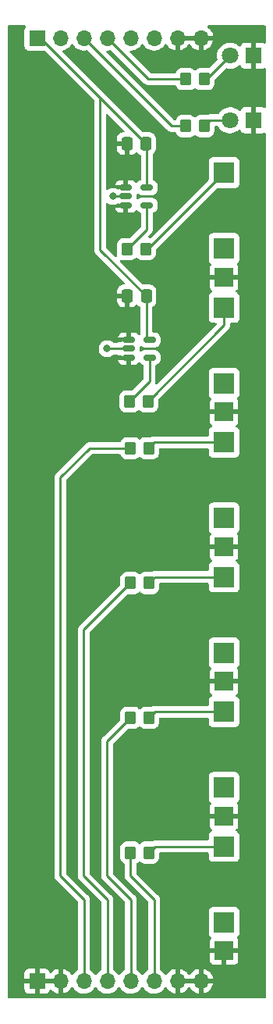
<source format=gbr>
%TF.GenerationSoftware,KiCad,Pcbnew,(6.0.10-0)*%
%TF.CreationDate,2023-01-16T20:28:56+10:30*%
%TF.ProjectId,BLE_Module_Front_Board,424c455f-4d6f-4647-956c-655f46726f6e,rev?*%
%TF.SameCoordinates,Original*%
%TF.FileFunction,Copper,L1,Top*%
%TF.FilePolarity,Positive*%
%FSLAX46Y46*%
G04 Gerber Fmt 4.6, Leading zero omitted, Abs format (unit mm)*
G04 Created by KiCad (PCBNEW (6.0.10-0)) date 2023-01-16 20:28:56*
%MOMM*%
%LPD*%
G01*
G04 APERTURE LIST*
G04 Aperture macros list*
%AMRoundRect*
0 Rectangle with rounded corners*
0 $1 Rounding radius*
0 $2 $3 $4 $5 $6 $7 $8 $9 X,Y pos of 4 corners*
0 Add a 4 corners polygon primitive as box body*
4,1,4,$2,$3,$4,$5,$6,$7,$8,$9,$2,$3,0*
0 Add four circle primitives for the rounded corners*
1,1,$1+$1,$2,$3*
1,1,$1+$1,$4,$5*
1,1,$1+$1,$6,$7*
1,1,$1+$1,$8,$9*
0 Add four rect primitives between the rounded corners*
20,1,$1+$1,$2,$3,$4,$5,0*
20,1,$1+$1,$4,$5,$6,$7,0*
20,1,$1+$1,$6,$7,$8,$9,0*
20,1,$1+$1,$8,$9,$2,$3,0*%
G04 Aperture macros list end*
%TA.AperFunction,ComponentPad*%
%ADD10R,2.025000X2.025000*%
%TD*%
%TA.AperFunction,ComponentPad*%
%ADD11R,2.325000X2.325000*%
%TD*%
%TA.AperFunction,SMDPad,CuDef*%
%ADD12RoundRect,0.250000X0.337500X0.475000X-0.337500X0.475000X-0.337500X-0.475000X0.337500X-0.475000X0*%
%TD*%
%TA.AperFunction,SMDPad,CuDef*%
%ADD13RoundRect,0.250000X-0.350000X-0.450000X0.350000X-0.450000X0.350000X0.450000X-0.350000X0.450000X0*%
%TD*%
%TA.AperFunction,ComponentPad*%
%ADD14R,1.700000X1.700000*%
%TD*%
%TA.AperFunction,ComponentPad*%
%ADD15O,1.700000X1.700000*%
%TD*%
%TA.AperFunction,ComponentPad*%
%ADD16R,1.800000X1.800000*%
%TD*%
%TA.AperFunction,ComponentPad*%
%ADD17C,1.800000*%
%TD*%
%TA.AperFunction,SMDPad,CuDef*%
%ADD18RoundRect,0.150000X-0.512500X-0.150000X0.512500X-0.150000X0.512500X0.150000X-0.512500X0.150000X0*%
%TD*%
%TA.AperFunction,SMDPad,CuDef*%
%ADD19RoundRect,0.250000X0.350000X0.450000X-0.350000X0.450000X-0.350000X-0.450000X0.350000X-0.450000X0*%
%TD*%
%TA.AperFunction,ViaPad*%
%ADD20C,0.800000*%
%TD*%
%TA.AperFunction,Conductor*%
%ADD21C,0.250000*%
%TD*%
G04 APERTURE END LIST*
D10*
%TO.P,P6,P$1_SLEEVE*%
%TO.N,GND*%
X28575000Y-100825000D03*
D11*
%TO.P,P6,P$2_SWITCH*%
%TO.N,unconnected-(P6-PadP$2_SWITCH)*%
X28575000Y-97725000D03*
%TO.P,P6,P$3_TIP*%
%TO.N,Net-(P6-PadP$3_TIP)*%
X28575000Y-89505000D03*
%TD*%
D12*
%TO.P,C1,1*%
%TO.N,+5V*%
X20087500Y-13335000D03*
%TO.P,C1,2*%
%TO.N,GND*%
X18012500Y-13335000D03*
%TD*%
D10*
%TO.P,P3,P$1_SLEEVE*%
%TO.N,GND*%
X28575000Y-57010000D03*
D11*
%TO.P,P3,P$2_SWITCH*%
%TO.N,unconnected-(P3-PadP$2_SWITCH)*%
X28575000Y-53910000D03*
%TO.P,P3,P$3_TIP*%
%TO.N,Net-(P3-PadP$3_TIP)*%
X28575000Y-45690000D03*
%TD*%
D13*
%TO.P,R3,1*%
%TO.N,/LED1*%
X24400000Y-11430000D03*
%TO.P,R3,2*%
%TO.N,Net-(D1-Pad2)*%
X26400000Y-11430000D03*
%TD*%
D14*
%TO.P,J2,1,Pin_1*%
%TO.N,GND*%
X8270000Y-104115000D03*
D15*
%TO.P,J2,2,Pin_2*%
X10810000Y-104115000D03*
%TO.P,J2,3,Pin_3*%
%TO.N,/CV1*%
X13350000Y-104115000D03*
%TO.P,J2,4,Pin_4*%
%TO.N,/CV2*%
X15890000Y-104115000D03*
%TO.P,J2,5,Pin_5*%
%TO.N,/CV3*%
X18430000Y-104115000D03*
%TO.P,J2,6,Pin_6*%
%TO.N,/CV4*%
X20970000Y-104115000D03*
%TO.P,J2,7,Pin_7*%
%TO.N,GND*%
X23510000Y-104115000D03*
%TO.P,J2,8,Pin_8*%
X26050000Y-104115000D03*
%TD*%
D13*
%TO.P,R1,1*%
%TO.N,Net-(R1-Pad1)*%
X18050000Y-24765000D03*
%TO.P,R1,2*%
%TO.N,Net-(P1-PadP$3_TIP)*%
X20050000Y-24765000D03*
%TD*%
%TO.P,R2,1*%
%TO.N,Net-(R2-Pad1)*%
X18320000Y-41275000D03*
%TO.P,R2,2*%
%TO.N,Net-(P2-PadP$3_TIP)*%
X20320000Y-41275000D03*
%TD*%
D10*
%TO.P,P5,P$1_SLEEVE*%
%TO.N,GND*%
X28575000Y-86220000D03*
D11*
%TO.P,P5,P$2_SWITCH*%
%TO.N,unconnected-(P5-PadP$2_SWITCH)*%
X28575000Y-83120000D03*
%TO.P,P5,P$3_TIP*%
%TO.N,Net-(P5-PadP$3_TIP)*%
X28575000Y-74900000D03*
%TD*%
D14*
%TO.P,J1,1,Pin_1*%
%TO.N,+5V*%
X8270000Y-1880000D03*
D15*
%TO.P,J1,2,Pin_2*%
%TO.N,GND*%
X10810000Y-1880000D03*
%TO.P,J1,3,Pin_3*%
%TO.N,/LED1*%
X13350000Y-1880000D03*
%TO.P,J1,4,Pin_4*%
%TO.N,/LED2*%
X15890000Y-1880000D03*
%TO.P,J1,5,Pin_5*%
%TO.N,/GATE1*%
X18430000Y-1880000D03*
%TO.P,J1,6,Pin_6*%
%TO.N,/GATE2*%
X20970000Y-1880000D03*
%TO.P,J1,7,Pin_7*%
%TO.N,GND*%
X23510000Y-1880000D03*
%TO.P,J1,8,Pin_8*%
X26050000Y-1880000D03*
%TD*%
D10*
%TO.P,P1,P$1_SLEEVE*%
%TO.N,GND*%
X28575000Y-27800000D03*
D11*
%TO.P,P1,P$2_SWITCH*%
%TO.N,unconnected-(P1-PadP$2_SWITCH)*%
X28575000Y-24700000D03*
%TO.P,P1,P$3_TIP*%
%TO.N,Net-(P1-PadP$3_TIP)*%
X28575000Y-16480000D03*
%TD*%
D16*
%TO.P,D1,1,K*%
%TO.N,GND*%
X31755000Y-10795000D03*
D17*
%TO.P,D1,2,A*%
%TO.N,Net-(D1-Pad2)*%
X29215000Y-10795000D03*
%TD*%
D18*
%TO.P,U2,1*%
%TO.N,GND*%
X18217500Y-34610000D03*
%TO.P,U2,2*%
%TO.N,/GATE2*%
X18217500Y-35560000D03*
%TO.P,U2,3,GND*%
%TO.N,GND*%
X18217500Y-36510000D03*
%TO.P,U2,4*%
%TO.N,Net-(R2-Pad1)*%
X20492500Y-36510000D03*
%TO.P,U2,5,VCC*%
%TO.N,+5V*%
X20492500Y-34610000D03*
%TD*%
D19*
%TO.P,R5,1*%
%TO.N,Net-(P3-PadP$3_TIP)*%
X20415000Y-46345000D03*
%TO.P,R5,2*%
%TO.N,/CV1*%
X18415000Y-46345000D03*
%TD*%
D10*
%TO.P,P2,P$1_SLEEVE*%
%TO.N,GND*%
X28575000Y-42405000D03*
D11*
%TO.P,P2,P$2_SWITCH*%
%TO.N,unconnected-(P2-PadP$2_SWITCH)*%
X28575000Y-39305000D03*
%TO.P,P2,P$3_TIP*%
%TO.N,Net-(P2-PadP$3_TIP)*%
X28575000Y-31085000D03*
%TD*%
D13*
%TO.P,R4,1*%
%TO.N,/LED2*%
X24400000Y-6330000D03*
%TO.P,R4,2*%
%TO.N,Net-(D2-Pad2)*%
X26400000Y-6330000D03*
%TD*%
D18*
%TO.P,U1,1*%
%TO.N,GND*%
X17912500Y-18100000D03*
%TO.P,U1,2*%
%TO.N,/GATE1*%
X17912500Y-19050000D03*
%TO.P,U1,3,GND*%
%TO.N,GND*%
X17912500Y-20000000D03*
%TO.P,U1,4*%
%TO.N,Net-(R1-Pad1)*%
X20187500Y-20000000D03*
%TO.P,U1,5,VCC*%
%TO.N,+5V*%
X20187500Y-18100000D03*
%TD*%
D10*
%TO.P,P4,P$1_SLEEVE*%
%TO.N,GND*%
X28575000Y-71615000D03*
D11*
%TO.P,P4,P$2_SWITCH*%
%TO.N,unconnected-(P4-PadP$2_SWITCH)*%
X28575000Y-68515000D03*
%TO.P,P4,P$3_TIP*%
%TO.N,Net-(P4-PadP$3_TIP)*%
X28575000Y-60295000D03*
%TD*%
D19*
%TO.P,R6,1*%
%TO.N,Net-(P4-PadP$3_TIP)*%
X20415000Y-60960000D03*
%TO.P,R6,2*%
%TO.N,/CV2*%
X18415000Y-60960000D03*
%TD*%
%TO.P,R7,1*%
%TO.N,Net-(P5-PadP$3_TIP)*%
X20415000Y-75565000D03*
%TO.P,R7,2*%
%TO.N,/CV3*%
X18415000Y-75565000D03*
%TD*%
%TO.P,R8,1*%
%TO.N,Net-(P6-PadP$3_TIP)*%
X20415000Y-90180000D03*
%TO.P,R8,2*%
%TO.N,/CV4*%
X18415000Y-90180000D03*
%TD*%
D16*
%TO.P,D2,1,K*%
%TO.N,GND*%
X31755000Y-3810000D03*
D17*
%TO.P,D2,2,A*%
%TO.N,Net-(D2-Pad2)*%
X29215000Y-3810000D03*
%TD*%
D12*
%TO.P,C2,1*%
%TO.N,+5V*%
X20125000Y-29845000D03*
%TO.P,C2,2*%
%TO.N,GND*%
X18050000Y-29845000D03*
%TD*%
D20*
%TO.N,GND*%
X10795000Y-11430000D03*
X16550247Y-11749154D03*
X17145000Y-22225000D03*
X11430000Y-22225000D03*
%TO.N,/GATE1*%
X16510000Y-19050000D03*
%TO.N,/GATE2*%
X15875000Y-35560000D03*
%TD*%
D21*
%TO.N,GND*%
X17912500Y-21457500D02*
X17145000Y-22225000D01*
X17912500Y-13435000D02*
X18012500Y-13335000D01*
X17912500Y-20000000D02*
X17912500Y-21457500D01*
X17912500Y-18100000D02*
X17912500Y-13435000D01*
%TO.N,Net-(D1-Pad2)*%
X27035000Y-10795000D02*
X29215000Y-10795000D01*
X26400000Y-11430000D02*
X27035000Y-10795000D01*
%TO.N,Net-(D2-Pad2)*%
X26695000Y-6330000D02*
X29215000Y-3810000D01*
X26400000Y-6330000D02*
X26695000Y-6330000D01*
%TO.N,Net-(P1-PadP$3_TIP)*%
X20290000Y-24765000D02*
X28575000Y-16480000D01*
X20050000Y-24765000D02*
X20290000Y-24765000D01*
%TO.N,Net-(P2-PadP$3_TIP)*%
X28575000Y-33020000D02*
X28575000Y-31085000D01*
X20320000Y-41275000D02*
X28575000Y-33020000D01*
%TO.N,Net-(P3-PadP$3_TIP)*%
X20415000Y-46260000D02*
X20985000Y-45690000D01*
X20415000Y-46345000D02*
X20415000Y-46260000D01*
X20985000Y-45690000D02*
X28575000Y-45690000D01*
%TO.N,Net-(P4-PadP$3_TIP)*%
X20415000Y-60960000D02*
X21080000Y-60295000D01*
X21080000Y-60295000D02*
X28575000Y-60295000D01*
%TO.N,Net-(P5-PadP$3_TIP)*%
X21080000Y-74900000D02*
X28575000Y-74900000D01*
X20415000Y-75565000D02*
X21080000Y-74900000D01*
%TO.N,Net-(P6-PadP$3_TIP)*%
X20415000Y-90180000D02*
X21090000Y-89505000D01*
X21090000Y-89505000D02*
X28575000Y-89505000D01*
%TO.N,Net-(R1-Pad1)*%
X20187500Y-20000000D02*
X20187500Y-22627500D01*
X20187500Y-22627500D02*
X18050000Y-24765000D01*
%TO.N,Net-(R2-Pad1)*%
X20492500Y-36510000D02*
X20492500Y-39102500D01*
X20492500Y-39102500D02*
X18320000Y-41275000D01*
%TO.N,/LED1*%
X22900000Y-11430000D02*
X24400000Y-11430000D01*
X13350000Y-1880000D02*
X22900000Y-11430000D01*
%TO.N,/LED2*%
X15890000Y-1880000D02*
X20340000Y-6330000D01*
X20340000Y-6330000D02*
X24400000Y-6330000D01*
%TO.N,/CV1*%
X13980000Y-46345000D02*
X18415000Y-46345000D01*
X13350000Y-104115000D02*
X13350000Y-95265000D01*
X10795000Y-49530000D02*
X13980000Y-46345000D01*
X10795000Y-92710000D02*
X10795000Y-49530000D01*
X13350000Y-95265000D02*
X10795000Y-92710000D01*
%TO.N,/CV2*%
X13335000Y-92710000D02*
X13335000Y-66040000D01*
X15890000Y-104115000D02*
X15890000Y-95265000D01*
X13335000Y-66040000D02*
X18415000Y-60960000D01*
X15890000Y-95265000D02*
X13335000Y-92710000D01*
%TO.N,/CV3*%
X15875000Y-78105000D02*
X18415000Y-75565000D01*
X18430000Y-95265000D02*
X15875000Y-92710000D01*
X18430000Y-104115000D02*
X18430000Y-95265000D01*
X15875000Y-92710000D02*
X15875000Y-78105000D01*
%TO.N,/CV4*%
X20970000Y-104115000D02*
X20970000Y-95265000D01*
X18415000Y-92710000D02*
X18415000Y-90180000D01*
X20970000Y-95265000D02*
X18415000Y-92710000D01*
%TO.N,/GATE1*%
X16510000Y-19050000D02*
X17912500Y-19050000D01*
%TO.N,/GATE2*%
X15875000Y-35560000D02*
X18217500Y-35560000D01*
%TO.N,+5V*%
X8632500Y-1880000D02*
X15123750Y-8371250D01*
X15123750Y-8371250D02*
X20087500Y-13335000D01*
X20125000Y-34242500D02*
X20492500Y-34610000D01*
X8270000Y-1880000D02*
X8632500Y-1880000D01*
X20125000Y-29845000D02*
X20125000Y-34242500D01*
X20187500Y-18100000D02*
X20187500Y-13435000D01*
X20187500Y-13435000D02*
X20087500Y-13335000D01*
X15123750Y-24843750D02*
X20125000Y-29845000D01*
X15123750Y-8371250D02*
X15123750Y-24843750D01*
%TD*%
%TA.AperFunction,Conductor*%
%TO.N,GND*%
G36*
X6991563Y-528502D02*
G01*
X7038056Y-582158D01*
X7048160Y-652432D01*
X7024268Y-710065D01*
X6969385Y-783295D01*
X6918255Y-919684D01*
X6911500Y-981866D01*
X6911500Y-2778134D01*
X6918255Y-2840316D01*
X6969385Y-2976705D01*
X7056739Y-3093261D01*
X7173295Y-3180615D01*
X7309684Y-3231745D01*
X7371866Y-3238500D01*
X9042906Y-3238500D01*
X9111027Y-3258502D01*
X9132001Y-3275405D01*
X14453345Y-8596750D01*
X14487371Y-8659062D01*
X14490250Y-8685845D01*
X14490250Y-24764983D01*
X14489723Y-24776166D01*
X14488048Y-24783659D01*
X14488297Y-24791585D01*
X14488297Y-24791586D01*
X14490188Y-24851736D01*
X14490250Y-24855695D01*
X14490250Y-24883606D01*
X14490747Y-24887540D01*
X14490747Y-24887541D01*
X14490755Y-24887606D01*
X14491688Y-24899443D01*
X14493077Y-24943639D01*
X14498728Y-24963089D01*
X14502737Y-24982450D01*
X14505276Y-25002547D01*
X14508195Y-25009918D01*
X14508195Y-25009920D01*
X14521554Y-25043662D01*
X14525399Y-25054892D01*
X14537732Y-25097343D01*
X14541765Y-25104162D01*
X14541767Y-25104167D01*
X14548043Y-25114778D01*
X14556738Y-25132526D01*
X14564198Y-25151367D01*
X14568860Y-25157783D01*
X14568860Y-25157784D01*
X14590186Y-25187137D01*
X14596702Y-25197057D01*
X14619208Y-25235112D01*
X14633529Y-25249433D01*
X14646369Y-25264466D01*
X14658278Y-25280857D01*
X14664384Y-25285908D01*
X14692355Y-25309048D01*
X14701134Y-25317038D01*
X17781002Y-28396906D01*
X17815028Y-28459218D01*
X17809963Y-28530033D01*
X17767416Y-28586869D01*
X17700896Y-28611680D01*
X17691907Y-28612001D01*
X17665405Y-28612001D01*
X17658886Y-28612338D01*
X17563294Y-28622257D01*
X17549900Y-28625149D01*
X17395716Y-28676588D01*
X17382538Y-28682761D01*
X17244693Y-28768063D01*
X17233292Y-28777099D01*
X17118761Y-28891829D01*
X17109749Y-28903240D01*
X17024684Y-29041243D01*
X17018537Y-29054424D01*
X16967362Y-29208710D01*
X16964495Y-29222086D01*
X16954828Y-29316438D01*
X16954500Y-29322855D01*
X16954500Y-29572885D01*
X16958975Y-29588124D01*
X16960365Y-29589329D01*
X16968048Y-29591000D01*
X18178000Y-29591000D01*
X18246121Y-29611002D01*
X18292614Y-29664658D01*
X18304000Y-29717000D01*
X18304000Y-31059884D01*
X18308475Y-31075123D01*
X18309865Y-31076328D01*
X18317548Y-31077999D01*
X18434595Y-31077999D01*
X18441114Y-31077662D01*
X18536706Y-31067743D01*
X18550100Y-31064851D01*
X18704284Y-31013412D01*
X18717462Y-31007239D01*
X18855307Y-30921937D01*
X18866708Y-30912901D01*
X18981238Y-30798172D01*
X18988294Y-30789238D01*
X19046212Y-30748177D01*
X19117135Y-30744947D01*
X19178546Y-30780574D01*
X19185346Y-30788407D01*
X19189022Y-30794348D01*
X19314197Y-30919305D01*
X19431617Y-30991684D01*
X19479109Y-31044455D01*
X19491500Y-31098943D01*
X19491500Y-33965325D01*
X19471498Y-34033446D01*
X19465057Y-34042554D01*
X19461152Y-34047588D01*
X19455547Y-34053193D01*
X19453108Y-34057317D01*
X19396681Y-34098066D01*
X19325789Y-34101915D01*
X19264070Y-34066825D01*
X19255123Y-34056500D01*
X19248448Y-34047895D01*
X19142104Y-33941551D01*
X19129678Y-33931911D01*
X19000221Y-33855352D01*
X18985790Y-33849107D01*
X18839935Y-33806731D01*
X18827333Y-33804430D01*
X18798916Y-33802193D01*
X18793986Y-33802000D01*
X18489615Y-33802000D01*
X18474376Y-33806475D01*
X18473171Y-33807865D01*
X18471500Y-33815548D01*
X18471500Y-34625500D01*
X18451498Y-34693621D01*
X18397842Y-34740114D01*
X18345500Y-34751500D01*
X17638498Y-34751500D01*
X17636050Y-34751693D01*
X17636042Y-34751693D01*
X17607579Y-34753933D01*
X17607574Y-34753934D01*
X17601169Y-34754438D01*
X17501231Y-34783472D01*
X17449012Y-34798643D01*
X17449010Y-34798644D01*
X17441399Y-34800855D01*
X17434572Y-34804892D01*
X17434573Y-34804892D01*
X17364297Y-34846453D01*
X17300158Y-34864000D01*
X17068122Y-34864000D01*
X17052883Y-34868475D01*
X17040285Y-34883013D01*
X16980559Y-34921396D01*
X16945061Y-34926500D01*
X16583200Y-34926500D01*
X16515079Y-34906498D01*
X16495853Y-34890157D01*
X16495580Y-34890460D01*
X16490668Y-34886037D01*
X16486253Y-34881134D01*
X16375759Y-34800855D01*
X16337094Y-34772763D01*
X16337093Y-34772762D01*
X16331752Y-34768882D01*
X16325724Y-34766198D01*
X16325722Y-34766197D01*
X16163319Y-34693891D01*
X16163318Y-34693891D01*
X16157288Y-34691206D01*
X16063888Y-34671353D01*
X15976944Y-34652872D01*
X15976939Y-34652872D01*
X15970487Y-34651500D01*
X15779513Y-34651500D01*
X15773061Y-34652872D01*
X15773056Y-34652872D01*
X15686112Y-34671353D01*
X15592712Y-34691206D01*
X15586682Y-34693891D01*
X15586681Y-34693891D01*
X15424278Y-34766197D01*
X15424276Y-34766198D01*
X15418248Y-34768882D01*
X15263747Y-34881134D01*
X15135960Y-35023056D01*
X15040473Y-35188444D01*
X14981458Y-35370072D01*
X14980768Y-35376633D01*
X14980768Y-35376635D01*
X14976677Y-35415562D01*
X14961496Y-35560000D01*
X14962186Y-35566565D01*
X14978720Y-35723873D01*
X14981458Y-35749928D01*
X15040473Y-35931556D01*
X15135960Y-36096944D01*
X15263747Y-36238866D01*
X15418248Y-36351118D01*
X15424276Y-36353802D01*
X15424278Y-36353803D01*
X15502214Y-36388502D01*
X15592712Y-36428794D01*
X15686113Y-36448647D01*
X15773056Y-36467128D01*
X15773061Y-36467128D01*
X15779513Y-36468500D01*
X15970487Y-36468500D01*
X15976939Y-36467128D01*
X15976944Y-36467128D01*
X16063887Y-36448647D01*
X16157288Y-36428794D01*
X16247786Y-36388502D01*
X16325722Y-36353803D01*
X16325724Y-36353802D01*
X16331752Y-36351118D01*
X16372715Y-36321357D01*
X16470939Y-36249992D01*
X16486253Y-36238866D01*
X16490668Y-36233963D01*
X16495580Y-36229540D01*
X16496705Y-36230789D01*
X16550014Y-36197949D01*
X16583200Y-36193500D01*
X16947099Y-36193500D01*
X17015220Y-36213502D01*
X17052903Y-36251078D01*
X17053480Y-36251970D01*
X17062371Y-36256000D01*
X17300158Y-36256000D01*
X17364297Y-36273547D01*
X17441399Y-36319145D01*
X17449010Y-36321356D01*
X17449012Y-36321357D01*
X17501231Y-36336528D01*
X17601169Y-36365562D01*
X17607574Y-36366066D01*
X17607579Y-36366067D01*
X17636042Y-36368307D01*
X17636050Y-36368307D01*
X17638498Y-36368500D01*
X18345500Y-36368500D01*
X18413621Y-36388502D01*
X18460114Y-36442158D01*
X18471500Y-36494500D01*
X18471500Y-37299884D01*
X18475975Y-37315123D01*
X18477365Y-37316328D01*
X18485048Y-37317999D01*
X18793984Y-37317999D01*
X18798920Y-37317805D01*
X18827336Y-37315570D01*
X18839931Y-37313270D01*
X18985790Y-37270893D01*
X19000221Y-37264648D01*
X19129678Y-37188089D01*
X19142104Y-37178449D01*
X19248448Y-37072105D01*
X19255123Y-37063500D01*
X19312680Y-37021934D01*
X19383573Y-37018085D01*
X19445292Y-37053174D01*
X19452197Y-37061143D01*
X19455547Y-37066807D01*
X19573193Y-37184453D01*
X19580017Y-37188489D01*
X19580020Y-37188491D01*
X19687589Y-37252107D01*
X19716399Y-37269145D01*
X19724010Y-37271356D01*
X19724012Y-37271357D01*
X19768153Y-37284181D01*
X19827989Y-37322394D01*
X19857666Y-37386890D01*
X19859000Y-37405178D01*
X19859000Y-38787906D01*
X19838998Y-38856027D01*
X19822095Y-38877001D01*
X18669500Y-40029595D01*
X18607188Y-40063621D01*
X18580405Y-40066500D01*
X17919600Y-40066500D01*
X17916354Y-40066837D01*
X17916350Y-40066837D01*
X17820692Y-40076762D01*
X17820688Y-40076763D01*
X17813834Y-40077474D01*
X17807298Y-40079655D01*
X17807296Y-40079655D01*
X17675194Y-40123728D01*
X17646054Y-40133450D01*
X17495652Y-40226522D01*
X17370695Y-40351697D01*
X17277885Y-40502262D01*
X17222203Y-40670139D01*
X17221503Y-40676975D01*
X17221502Y-40676978D01*
X17217688Y-40714205D01*
X17211500Y-40774600D01*
X17211500Y-41775400D01*
X17222474Y-41881166D01*
X17278450Y-42048946D01*
X17371522Y-42199348D01*
X17496697Y-42324305D01*
X17502927Y-42328145D01*
X17502928Y-42328146D01*
X17640090Y-42412694D01*
X17647262Y-42417115D01*
X17727005Y-42443564D01*
X17808611Y-42470632D01*
X17808613Y-42470632D01*
X17815139Y-42472797D01*
X17821975Y-42473497D01*
X17821978Y-42473498D01*
X17865031Y-42477909D01*
X17919600Y-42483500D01*
X18720400Y-42483500D01*
X18723646Y-42483163D01*
X18723650Y-42483163D01*
X18819308Y-42473238D01*
X18819312Y-42473237D01*
X18826166Y-42472526D01*
X18832702Y-42470345D01*
X18832704Y-42470345D01*
X18964806Y-42426272D01*
X18993946Y-42416550D01*
X19144348Y-42323478D01*
X19230784Y-42236891D01*
X19293066Y-42202812D01*
X19363886Y-42207815D01*
X19408976Y-42236736D01*
X19496697Y-42324305D01*
X19502927Y-42328145D01*
X19502928Y-42328146D01*
X19640090Y-42412694D01*
X19647262Y-42417115D01*
X19727005Y-42443564D01*
X19808611Y-42470632D01*
X19808613Y-42470632D01*
X19815139Y-42472797D01*
X19821975Y-42473497D01*
X19821978Y-42473498D01*
X19865031Y-42477909D01*
X19919600Y-42483500D01*
X20720400Y-42483500D01*
X20723646Y-42483163D01*
X20723650Y-42483163D01*
X20819308Y-42473238D01*
X20819312Y-42473237D01*
X20826166Y-42472526D01*
X20832702Y-42470345D01*
X20832704Y-42470345D01*
X20964806Y-42426272D01*
X20993946Y-42416550D01*
X21144348Y-42323478D01*
X21269305Y-42198303D01*
X21301222Y-42146525D01*
X21358275Y-42053968D01*
X21358276Y-42053966D01*
X21362115Y-42047738D01*
X21417797Y-41879861D01*
X21428500Y-41775400D01*
X21428500Y-41114594D01*
X21448502Y-41046473D01*
X21465405Y-41025499D01*
X21975270Y-40515634D01*
X26904000Y-40515634D01*
X26910755Y-40577816D01*
X26961885Y-40714205D01*
X27049239Y-40830761D01*
X27140114Y-40898868D01*
X27182628Y-40955726D01*
X27187654Y-41026544D01*
X27165375Y-41075257D01*
X27117713Y-41138852D01*
X27109176Y-41154446D01*
X27064022Y-41274894D01*
X27060395Y-41290149D01*
X27054869Y-41341014D01*
X27054500Y-41347828D01*
X27054500Y-42132885D01*
X27058975Y-42148124D01*
X27060365Y-42149329D01*
X27068048Y-42151000D01*
X30077384Y-42151000D01*
X30092623Y-42146525D01*
X30093828Y-42145135D01*
X30095499Y-42137452D01*
X30095499Y-41347831D01*
X30095129Y-41341010D01*
X30089605Y-41290148D01*
X30085979Y-41274896D01*
X30040824Y-41154446D01*
X30032287Y-41138852D01*
X29984625Y-41075257D01*
X29959778Y-41008751D01*
X29974831Y-40939368D01*
X30009886Y-40898868D01*
X30100761Y-40830761D01*
X30188115Y-40714205D01*
X30239245Y-40577816D01*
X30246000Y-40515634D01*
X30246000Y-38094366D01*
X30239245Y-38032184D01*
X30188115Y-37895795D01*
X30100761Y-37779239D01*
X29984205Y-37691885D01*
X29847816Y-37640755D01*
X29785634Y-37634000D01*
X27364366Y-37634000D01*
X27302184Y-37640755D01*
X27165795Y-37691885D01*
X27049239Y-37779239D01*
X26961885Y-37895795D01*
X26910755Y-38032184D01*
X26904000Y-38094366D01*
X26904000Y-40515634D01*
X21975270Y-40515634D01*
X25206724Y-37284181D01*
X28967253Y-33523652D01*
X28975539Y-33516112D01*
X28982018Y-33512000D01*
X29028644Y-33462348D01*
X29031398Y-33459507D01*
X29051135Y-33439770D01*
X29053615Y-33436573D01*
X29061320Y-33427551D01*
X29086159Y-33401100D01*
X29091586Y-33395321D01*
X29095405Y-33388375D01*
X29095407Y-33388372D01*
X29101348Y-33377566D01*
X29112199Y-33361047D01*
X29119758Y-33351301D01*
X29124614Y-33345041D01*
X29127759Y-33337772D01*
X29127762Y-33337768D01*
X29142174Y-33304463D01*
X29147391Y-33293813D01*
X29168695Y-33255060D01*
X29173733Y-33235437D01*
X29180137Y-33216734D01*
X29185033Y-33205420D01*
X29185033Y-33205419D01*
X29188181Y-33198145D01*
X29189420Y-33190322D01*
X29189423Y-33190312D01*
X29195099Y-33154476D01*
X29197505Y-33142856D01*
X29206528Y-33107711D01*
X29206528Y-33107710D01*
X29208500Y-33100030D01*
X29208500Y-33079776D01*
X29210051Y-33060065D01*
X29211980Y-33047886D01*
X29213220Y-33040057D01*
X29209059Y-32996038D01*
X29208500Y-32984181D01*
X29208500Y-32882000D01*
X29228502Y-32813879D01*
X29282158Y-32767386D01*
X29334500Y-32756000D01*
X29785634Y-32756000D01*
X29847816Y-32749245D01*
X29984205Y-32698115D01*
X30100761Y-32610761D01*
X30188115Y-32494205D01*
X30239245Y-32357816D01*
X30246000Y-32295634D01*
X30246000Y-29874366D01*
X30239245Y-29812184D01*
X30188115Y-29675795D01*
X30100761Y-29559239D01*
X29984205Y-29471885D01*
X29975796Y-29468733D01*
X29975795Y-29468732D01*
X29913479Y-29445371D01*
X29856714Y-29402730D01*
X29832014Y-29336169D01*
X29847221Y-29266820D01*
X29882143Y-29226563D01*
X29943223Y-29180786D01*
X29955785Y-29168224D01*
X30032286Y-29066149D01*
X30040824Y-29050554D01*
X30085978Y-28930106D01*
X30089605Y-28914851D01*
X30095131Y-28863986D01*
X30095500Y-28857172D01*
X30095500Y-28072115D01*
X30091025Y-28056876D01*
X30089635Y-28055671D01*
X30081952Y-28054000D01*
X27072616Y-28054000D01*
X27057377Y-28058475D01*
X27056172Y-28059865D01*
X27054501Y-28067548D01*
X27054501Y-28857169D01*
X27054871Y-28863990D01*
X27060395Y-28914852D01*
X27064021Y-28930104D01*
X27109176Y-29050554D01*
X27117714Y-29066149D01*
X27194215Y-29168224D01*
X27206777Y-29180786D01*
X27267857Y-29226563D01*
X27310372Y-29283422D01*
X27315398Y-29354241D01*
X27281338Y-29416534D01*
X27236521Y-29445371D01*
X27174205Y-29468732D01*
X27174204Y-29468733D01*
X27165795Y-29471885D01*
X27049239Y-29559239D01*
X26961885Y-29675795D01*
X26910755Y-29812184D01*
X26904000Y-29874366D01*
X26904000Y-32295634D01*
X26910755Y-32357816D01*
X26961885Y-32494205D01*
X27049239Y-32610761D01*
X27165795Y-32698115D01*
X27302184Y-32749245D01*
X27364366Y-32756000D01*
X27638906Y-32756000D01*
X27707027Y-32776002D01*
X27753520Y-32829658D01*
X27763624Y-32899932D01*
X27734130Y-32964512D01*
X27728001Y-32971095D01*
X21321028Y-39378067D01*
X21258716Y-39412093D01*
X21187901Y-39407028D01*
X21131065Y-39364481D01*
X21106254Y-39297961D01*
X21107485Y-39269258D01*
X21112599Y-39236975D01*
X21115005Y-39225356D01*
X21124028Y-39190211D01*
X21124028Y-39190210D01*
X21126000Y-39182530D01*
X21126000Y-39162276D01*
X21127551Y-39142565D01*
X21129480Y-39130386D01*
X21130720Y-39122557D01*
X21126559Y-39078538D01*
X21126000Y-39066681D01*
X21126000Y-37405178D01*
X21146002Y-37337057D01*
X21199658Y-37290564D01*
X21216847Y-37284181D01*
X21260988Y-37271357D01*
X21260990Y-37271356D01*
X21268601Y-37269145D01*
X21297411Y-37252107D01*
X21404980Y-37188491D01*
X21404983Y-37188489D01*
X21411807Y-37184453D01*
X21529453Y-37066807D01*
X21533489Y-37059983D01*
X21533491Y-37059980D01*
X21610108Y-36930427D01*
X21614145Y-36923601D01*
X21616415Y-36915790D01*
X21658767Y-36770008D01*
X21660562Y-36763831D01*
X21663500Y-36726502D01*
X21663500Y-36293498D01*
X21660562Y-36256169D01*
X21614145Y-36096399D01*
X21597107Y-36067589D01*
X21533491Y-35960020D01*
X21533489Y-35960017D01*
X21529453Y-35953193D01*
X21411807Y-35835547D01*
X21404983Y-35831511D01*
X21404980Y-35831509D01*
X21275427Y-35754892D01*
X21275428Y-35754892D01*
X21268601Y-35750855D01*
X21260990Y-35748644D01*
X21260988Y-35748643D01*
X21175727Y-35723873D01*
X21108831Y-35704438D01*
X21102426Y-35703934D01*
X21102421Y-35703933D01*
X21073958Y-35701693D01*
X21073950Y-35701693D01*
X21071502Y-35701500D01*
X19913498Y-35701500D01*
X19911050Y-35701693D01*
X19911042Y-35701693D01*
X19882579Y-35703933D01*
X19882574Y-35703934D01*
X19876169Y-35704438D01*
X19809273Y-35723873D01*
X19724012Y-35748643D01*
X19724010Y-35748644D01*
X19716399Y-35750855D01*
X19578637Y-35832328D01*
X19509823Y-35849786D01*
X19442492Y-35827269D01*
X19398022Y-35771925D01*
X19388500Y-35723873D01*
X19388500Y-35396127D01*
X19408502Y-35328006D01*
X19462158Y-35281513D01*
X19532432Y-35271409D01*
X19578636Y-35287672D01*
X19716399Y-35369145D01*
X19724010Y-35371356D01*
X19724012Y-35371357D01*
X19776231Y-35386528D01*
X19876169Y-35415562D01*
X19882574Y-35416066D01*
X19882579Y-35416067D01*
X19911042Y-35418307D01*
X19911050Y-35418307D01*
X19913498Y-35418500D01*
X21071502Y-35418500D01*
X21073950Y-35418307D01*
X21073958Y-35418307D01*
X21102421Y-35416067D01*
X21102426Y-35416066D01*
X21108831Y-35415562D01*
X21208769Y-35386528D01*
X21260988Y-35371357D01*
X21260990Y-35371356D01*
X21268601Y-35369145D01*
X21338163Y-35328006D01*
X21404980Y-35288491D01*
X21404983Y-35288489D01*
X21411807Y-35284453D01*
X21529453Y-35166807D01*
X21533489Y-35159983D01*
X21533491Y-35159980D01*
X21610108Y-35030427D01*
X21614145Y-35023601D01*
X21660562Y-34863831D01*
X21663500Y-34826502D01*
X21663500Y-34393498D01*
X21660562Y-34356169D01*
X21631528Y-34256231D01*
X21616357Y-34204012D01*
X21616356Y-34204010D01*
X21614145Y-34196399D01*
X21537515Y-34066825D01*
X21533491Y-34060020D01*
X21533489Y-34060017D01*
X21529453Y-34053193D01*
X21411807Y-33935547D01*
X21404983Y-33931511D01*
X21404980Y-33931509D01*
X21275427Y-33854892D01*
X21275428Y-33854892D01*
X21268601Y-33850855D01*
X21260990Y-33848644D01*
X21260988Y-33848643D01*
X21208769Y-33833472D01*
X21108831Y-33804438D01*
X21102426Y-33803934D01*
X21102421Y-33803933D01*
X21073958Y-33801693D01*
X21073950Y-33801693D01*
X21071502Y-33801500D01*
X20884500Y-33801500D01*
X20816379Y-33781498D01*
X20769886Y-33727842D01*
X20758500Y-33675500D01*
X20758500Y-31099046D01*
X20778502Y-31030925D01*
X20818197Y-30991902D01*
X20930620Y-30922332D01*
X20936848Y-30918478D01*
X21061805Y-30793303D01*
X21154615Y-30642738D01*
X21210297Y-30474861D01*
X21221000Y-30370400D01*
X21221000Y-29319600D01*
X21220663Y-29316350D01*
X21210738Y-29220692D01*
X21210737Y-29220688D01*
X21210026Y-29213834D01*
X21154050Y-29046054D01*
X21060978Y-28895652D01*
X20935803Y-28770695D01*
X20929572Y-28766854D01*
X20791468Y-28681725D01*
X20791466Y-28681724D01*
X20785238Y-28677885D01*
X20705495Y-28651436D01*
X20623889Y-28624368D01*
X20623887Y-28624368D01*
X20617361Y-28622203D01*
X20610525Y-28621503D01*
X20610522Y-28621502D01*
X20567469Y-28617091D01*
X20512900Y-28611500D01*
X19839594Y-28611500D01*
X19771473Y-28591498D01*
X19750499Y-28574595D01*
X17313150Y-26137246D01*
X17279125Y-26074935D01*
X17284190Y-26004120D01*
X17326737Y-25947284D01*
X17393257Y-25922473D01*
X17441913Y-25928559D01*
X17538611Y-25960632D01*
X17538613Y-25960632D01*
X17545139Y-25962797D01*
X17551975Y-25963497D01*
X17551978Y-25963498D01*
X17595031Y-25967909D01*
X17649600Y-25973500D01*
X18450400Y-25973500D01*
X18453646Y-25973163D01*
X18453650Y-25973163D01*
X18549308Y-25963238D01*
X18549312Y-25963237D01*
X18556166Y-25962526D01*
X18562702Y-25960345D01*
X18562704Y-25960345D01*
X18711705Y-25910634D01*
X18723946Y-25906550D01*
X18874348Y-25813478D01*
X18960784Y-25726891D01*
X19023066Y-25692812D01*
X19093886Y-25697815D01*
X19138976Y-25726736D01*
X19226697Y-25814305D01*
X19232927Y-25818145D01*
X19232928Y-25818146D01*
X19370090Y-25902694D01*
X19377262Y-25907115D01*
X19423565Y-25922473D01*
X19538611Y-25960632D01*
X19538613Y-25960632D01*
X19545139Y-25962797D01*
X19551975Y-25963497D01*
X19551978Y-25963498D01*
X19595031Y-25967909D01*
X19649600Y-25973500D01*
X20450400Y-25973500D01*
X20453646Y-25973163D01*
X20453650Y-25973163D01*
X20549308Y-25963238D01*
X20549312Y-25963237D01*
X20556166Y-25962526D01*
X20562702Y-25960345D01*
X20562704Y-25960345D01*
X20711705Y-25910634D01*
X26904000Y-25910634D01*
X26910755Y-25972816D01*
X26961885Y-26109205D01*
X27049239Y-26225761D01*
X27140114Y-26293868D01*
X27182628Y-26350726D01*
X27187654Y-26421544D01*
X27165375Y-26470257D01*
X27117713Y-26533852D01*
X27109176Y-26549446D01*
X27064022Y-26669894D01*
X27060395Y-26685149D01*
X27054869Y-26736014D01*
X27054500Y-26742828D01*
X27054500Y-27527885D01*
X27058975Y-27543124D01*
X27060365Y-27544329D01*
X27068048Y-27546000D01*
X30077384Y-27546000D01*
X30092623Y-27541525D01*
X30093828Y-27540135D01*
X30095499Y-27532452D01*
X30095499Y-26742831D01*
X30095129Y-26736010D01*
X30089605Y-26685148D01*
X30085979Y-26669896D01*
X30040824Y-26549446D01*
X30032287Y-26533852D01*
X29984625Y-26470257D01*
X29959778Y-26403751D01*
X29974831Y-26334368D01*
X30009886Y-26293868D01*
X30100761Y-26225761D01*
X30188115Y-26109205D01*
X30239245Y-25972816D01*
X30246000Y-25910634D01*
X30246000Y-23489366D01*
X30239245Y-23427184D01*
X30188115Y-23290795D01*
X30100761Y-23174239D01*
X29984205Y-23086885D01*
X29847816Y-23035755D01*
X29785634Y-23029000D01*
X27364366Y-23029000D01*
X27302184Y-23035755D01*
X27165795Y-23086885D01*
X27049239Y-23174239D01*
X26961885Y-23290795D01*
X26910755Y-23427184D01*
X26904000Y-23489366D01*
X26904000Y-25910634D01*
X20711705Y-25910634D01*
X20723946Y-25906550D01*
X20874348Y-25813478D01*
X20999305Y-25688303D01*
X21092115Y-25537738D01*
X21147797Y-25369861D01*
X21158500Y-25265400D01*
X21158500Y-24844594D01*
X21178502Y-24776473D01*
X21195405Y-24755499D01*
X27762999Y-18187905D01*
X27825311Y-18153879D01*
X27852094Y-18151000D01*
X29785634Y-18151000D01*
X29847816Y-18144245D01*
X29984205Y-18093115D01*
X30100761Y-18005761D01*
X30188115Y-17889205D01*
X30239245Y-17752816D01*
X30246000Y-17690634D01*
X30246000Y-15269366D01*
X30239245Y-15207184D01*
X30188115Y-15070795D01*
X30100761Y-14954239D01*
X29984205Y-14866885D01*
X29847816Y-14815755D01*
X29785634Y-14809000D01*
X27364366Y-14809000D01*
X27302184Y-14815755D01*
X27165795Y-14866885D01*
X27049239Y-14954239D01*
X26961885Y-15070795D01*
X26910755Y-15207184D01*
X26904000Y-15269366D01*
X26904000Y-17202905D01*
X26883998Y-17271026D01*
X26867095Y-17292000D01*
X20630804Y-23528291D01*
X20568492Y-23562317D01*
X20528869Y-23564540D01*
X20450400Y-23556500D01*
X20450424Y-23556265D01*
X20384753Y-23533280D01*
X20341060Y-23477321D01*
X20334557Y-23406623D01*
X20369101Y-23341803D01*
X20579747Y-23131157D01*
X20588037Y-23123613D01*
X20594518Y-23119500D01*
X20641159Y-23069832D01*
X20643913Y-23066991D01*
X20663634Y-23047270D01*
X20666112Y-23044075D01*
X20673818Y-23035053D01*
X20698658Y-23008601D01*
X20704086Y-23002821D01*
X20713846Y-22985068D01*
X20724699Y-22968545D01*
X20732253Y-22958806D01*
X20737113Y-22952541D01*
X20754676Y-22911957D01*
X20759883Y-22901327D01*
X20781195Y-22862560D01*
X20783166Y-22854883D01*
X20783168Y-22854878D01*
X20786232Y-22842942D01*
X20792638Y-22824230D01*
X20797534Y-22812917D01*
X20800681Y-22805645D01*
X20807597Y-22761981D01*
X20810004Y-22750360D01*
X20819028Y-22715211D01*
X20819028Y-22715210D01*
X20821000Y-22707530D01*
X20821000Y-22687269D01*
X20822551Y-22667558D01*
X20824479Y-22655385D01*
X20825719Y-22647557D01*
X20821559Y-22603546D01*
X20821000Y-22591689D01*
X20821000Y-20895178D01*
X20841002Y-20827057D01*
X20894658Y-20780564D01*
X20911847Y-20774181D01*
X20955988Y-20761357D01*
X20955990Y-20761356D01*
X20963601Y-20759145D01*
X20992411Y-20742107D01*
X21099980Y-20678491D01*
X21099983Y-20678489D01*
X21106807Y-20674453D01*
X21224453Y-20556807D01*
X21228489Y-20549983D01*
X21228491Y-20549980D01*
X21305108Y-20420427D01*
X21309145Y-20413601D01*
X21311415Y-20405790D01*
X21353767Y-20260008D01*
X21355562Y-20253831D01*
X21358500Y-20216502D01*
X21358500Y-19783498D01*
X21357295Y-19768184D01*
X21356067Y-19752579D01*
X21356066Y-19752574D01*
X21355562Y-19746169D01*
X21309145Y-19586399D01*
X21292107Y-19557589D01*
X21228491Y-19450020D01*
X21228489Y-19450017D01*
X21224453Y-19443193D01*
X21106807Y-19325547D01*
X21099983Y-19321511D01*
X21099980Y-19321509D01*
X20970427Y-19244892D01*
X20970428Y-19244892D01*
X20963601Y-19240855D01*
X20955990Y-19238644D01*
X20955988Y-19238643D01*
X20870727Y-19213873D01*
X20803831Y-19194438D01*
X20797426Y-19193934D01*
X20797421Y-19193933D01*
X20768958Y-19191693D01*
X20768950Y-19191693D01*
X20766502Y-19191500D01*
X19608498Y-19191500D01*
X19606050Y-19191693D01*
X19606042Y-19191693D01*
X19577579Y-19193933D01*
X19577574Y-19193934D01*
X19571169Y-19194438D01*
X19504273Y-19213873D01*
X19419012Y-19238643D01*
X19419010Y-19238644D01*
X19411399Y-19240855D01*
X19273637Y-19322328D01*
X19204823Y-19339786D01*
X19137492Y-19317269D01*
X19093022Y-19261925D01*
X19083500Y-19213873D01*
X19083500Y-18886127D01*
X19103502Y-18818006D01*
X19157158Y-18771513D01*
X19227432Y-18761409D01*
X19273636Y-18777672D01*
X19411399Y-18859145D01*
X19419010Y-18861356D01*
X19419012Y-18861357D01*
X19471231Y-18876528D01*
X19571169Y-18905562D01*
X19577574Y-18906066D01*
X19577579Y-18906067D01*
X19606042Y-18908307D01*
X19606050Y-18908307D01*
X19608498Y-18908500D01*
X20766502Y-18908500D01*
X20768950Y-18908307D01*
X20768958Y-18908307D01*
X20797421Y-18906067D01*
X20797426Y-18906066D01*
X20803831Y-18905562D01*
X20903769Y-18876528D01*
X20955988Y-18861357D01*
X20955990Y-18861356D01*
X20963601Y-18859145D01*
X21033163Y-18818006D01*
X21099980Y-18778491D01*
X21099983Y-18778489D01*
X21106807Y-18774453D01*
X21224453Y-18656807D01*
X21228489Y-18649983D01*
X21228491Y-18649980D01*
X21305108Y-18520427D01*
X21309145Y-18513601D01*
X21355562Y-18353831D01*
X21358500Y-18316502D01*
X21358500Y-17883498D01*
X21358307Y-17881042D01*
X21356067Y-17852579D01*
X21356066Y-17852574D01*
X21355562Y-17846169D01*
X21326158Y-17744960D01*
X21311357Y-17694012D01*
X21311356Y-17694010D01*
X21309145Y-17686399D01*
X21232515Y-17556825D01*
X21228491Y-17550020D01*
X21228489Y-17550017D01*
X21224453Y-17543193D01*
X21106807Y-17425547D01*
X21099983Y-17421511D01*
X21099980Y-17421509D01*
X20970427Y-17344892D01*
X20970428Y-17344892D01*
X20963601Y-17340855D01*
X20955990Y-17338644D01*
X20955988Y-17338643D01*
X20911847Y-17325819D01*
X20852011Y-17287606D01*
X20822334Y-17223110D01*
X20821000Y-17204822D01*
X20821000Y-14527165D01*
X20841002Y-14459044D01*
X20880695Y-14420022D01*
X20893123Y-14412331D01*
X20893128Y-14412327D01*
X20899348Y-14408478D01*
X21024305Y-14283303D01*
X21117115Y-14132738D01*
X21172797Y-13964861D01*
X21183500Y-13860400D01*
X21183500Y-12809600D01*
X21183163Y-12806350D01*
X21173238Y-12710692D01*
X21173237Y-12710688D01*
X21172526Y-12703834D01*
X21150620Y-12638172D01*
X21118868Y-12543002D01*
X21116550Y-12536054D01*
X21023478Y-12385652D01*
X20898303Y-12260695D01*
X20880258Y-12249572D01*
X20753968Y-12171725D01*
X20753966Y-12171724D01*
X20747738Y-12167885D01*
X20660809Y-12139052D01*
X20586389Y-12114368D01*
X20586387Y-12114368D01*
X20579861Y-12112203D01*
X20573025Y-12111503D01*
X20573022Y-12111502D01*
X20529969Y-12107091D01*
X20475400Y-12101500D01*
X19802094Y-12101500D01*
X19733973Y-12081498D01*
X19712999Y-12064595D01*
X15613968Y-7965563D01*
X15601126Y-7950528D01*
X15589222Y-7934143D01*
X15555156Y-7905961D01*
X15546377Y-7897972D01*
X15543520Y-7895115D01*
X15543516Y-7895112D01*
X13307999Y-5659595D01*
X11063992Y-3415587D01*
X11029966Y-3353275D01*
X11035031Y-3282460D01*
X11077578Y-3225624D01*
X11116880Y-3205806D01*
X11302252Y-3150192D01*
X11311842Y-3146433D01*
X11503095Y-3052739D01*
X11511945Y-3047464D01*
X11685328Y-2923792D01*
X11693200Y-2917139D01*
X11844052Y-2766812D01*
X11850730Y-2758965D01*
X11978022Y-2581819D01*
X11979279Y-2582722D01*
X12026373Y-2539362D01*
X12096311Y-2527145D01*
X12161751Y-2554678D01*
X12189579Y-2586511D01*
X12249987Y-2685088D01*
X12396250Y-2853938D01*
X12568126Y-2996632D01*
X12761000Y-3109338D01*
X12765825Y-3111180D01*
X12765826Y-3111181D01*
X12779983Y-3116587D01*
X12969692Y-3189030D01*
X12974760Y-3190061D01*
X12974763Y-3190062D01*
X13052148Y-3205806D01*
X13188597Y-3233567D01*
X13193772Y-3233757D01*
X13193774Y-3233757D01*
X13406673Y-3241564D01*
X13406677Y-3241564D01*
X13411837Y-3241753D01*
X13416957Y-3241097D01*
X13416959Y-3241097D01*
X13628288Y-3214025D01*
X13628289Y-3214025D01*
X13633416Y-3213368D01*
X13638367Y-3211883D01*
X13638370Y-3211882D01*
X13679829Y-3199444D01*
X13750825Y-3199028D01*
X13805131Y-3231035D01*
X22396343Y-11822247D01*
X22403887Y-11830537D01*
X22408000Y-11837018D01*
X22413777Y-11842443D01*
X22457667Y-11883658D01*
X22460509Y-11886413D01*
X22480231Y-11906135D01*
X22483355Y-11908558D01*
X22483359Y-11908562D01*
X22483424Y-11908612D01*
X22492445Y-11916317D01*
X22524679Y-11946586D01*
X22531627Y-11950405D01*
X22531629Y-11950407D01*
X22542432Y-11956346D01*
X22558959Y-11967202D01*
X22568698Y-11974757D01*
X22568700Y-11974758D01*
X22574960Y-11979614D01*
X22615540Y-11997174D01*
X22626188Y-12002391D01*
X22642325Y-12011262D01*
X22664940Y-12023695D01*
X22672616Y-12025666D01*
X22672619Y-12025667D01*
X22684562Y-12028733D01*
X22703267Y-12035137D01*
X22721855Y-12043181D01*
X22729678Y-12044420D01*
X22729688Y-12044423D01*
X22765524Y-12050099D01*
X22777144Y-12052505D01*
X22812289Y-12061528D01*
X22819970Y-12063500D01*
X22840224Y-12063500D01*
X22859934Y-12065051D01*
X22879943Y-12068220D01*
X22887835Y-12067474D01*
X22923961Y-12064059D01*
X22935819Y-12063500D01*
X23220803Y-12063500D01*
X23288924Y-12083502D01*
X23335417Y-12137158D01*
X23340326Y-12149623D01*
X23354958Y-12193478D01*
X23358450Y-12203946D01*
X23362301Y-12210170D01*
X23362302Y-12210171D01*
X23396767Y-12265866D01*
X23451522Y-12354348D01*
X23576697Y-12479305D01*
X23582927Y-12483145D01*
X23582928Y-12483146D01*
X23720090Y-12567694D01*
X23727262Y-12572115D01*
X23807005Y-12598564D01*
X23888611Y-12625632D01*
X23888613Y-12625632D01*
X23895139Y-12627797D01*
X23901975Y-12628497D01*
X23901978Y-12628498D01*
X23945031Y-12632909D01*
X23999600Y-12638500D01*
X24800400Y-12638500D01*
X24803646Y-12638163D01*
X24803650Y-12638163D01*
X24899308Y-12628238D01*
X24899312Y-12628237D01*
X24906166Y-12627526D01*
X24912702Y-12625345D01*
X24912704Y-12625345D01*
X25044806Y-12581272D01*
X25073946Y-12571550D01*
X25224348Y-12478478D01*
X25310784Y-12391891D01*
X25373066Y-12357812D01*
X25443886Y-12362815D01*
X25488976Y-12391736D01*
X25576697Y-12479305D01*
X25582927Y-12483145D01*
X25582928Y-12483146D01*
X25720090Y-12567694D01*
X25727262Y-12572115D01*
X25807005Y-12598564D01*
X25888611Y-12625632D01*
X25888613Y-12625632D01*
X25895139Y-12627797D01*
X25901975Y-12628497D01*
X25901978Y-12628498D01*
X25945031Y-12632909D01*
X25999600Y-12638500D01*
X26800400Y-12638500D01*
X26803646Y-12638163D01*
X26803650Y-12638163D01*
X26899308Y-12628238D01*
X26899312Y-12628237D01*
X26906166Y-12627526D01*
X26912702Y-12625345D01*
X26912704Y-12625345D01*
X27044806Y-12581272D01*
X27073946Y-12571550D01*
X27224348Y-12478478D01*
X27349305Y-12353303D01*
X27442115Y-12202738D01*
X27486280Y-12069584D01*
X27495632Y-12041389D01*
X27495632Y-12041387D01*
X27497797Y-12034861D01*
X27499333Y-12019875D01*
X27505352Y-11961122D01*
X27508500Y-11930400D01*
X27508500Y-11554500D01*
X27528502Y-11486379D01*
X27582158Y-11439886D01*
X27634500Y-11428500D01*
X27880630Y-11428500D01*
X27948751Y-11448502D01*
X27988063Y-11488665D01*
X28074501Y-11629719D01*
X28226147Y-11804784D01*
X28322767Y-11884999D01*
X28396949Y-11946586D01*
X28404349Y-11952730D01*
X28604322Y-12069584D01*
X28820694Y-12152209D01*
X28825760Y-12153240D01*
X28825761Y-12153240D01*
X28878846Y-12164040D01*
X29047656Y-12198385D01*
X29178324Y-12203176D01*
X29273949Y-12206683D01*
X29273953Y-12206683D01*
X29279113Y-12206872D01*
X29284233Y-12206216D01*
X29284235Y-12206216D01*
X29357270Y-12196860D01*
X29508847Y-12177442D01*
X29513795Y-12175957D01*
X29513802Y-12175956D01*
X29725747Y-12112369D01*
X29730690Y-12110886D01*
X29749482Y-12101680D01*
X29934049Y-12011262D01*
X29934052Y-12011260D01*
X29938684Y-12008991D01*
X30127243Y-11874494D01*
X30130898Y-11870852D01*
X30130906Y-11870845D01*
X30172697Y-11829199D01*
X30235068Y-11795282D01*
X30305875Y-11800470D01*
X30362637Y-11843116D01*
X30379619Y-11874218D01*
X30401677Y-11933056D01*
X30410214Y-11948649D01*
X30486715Y-12050724D01*
X30499276Y-12063285D01*
X30601351Y-12139786D01*
X30616946Y-12148324D01*
X30737394Y-12193478D01*
X30752649Y-12197105D01*
X30803514Y-12202631D01*
X30810328Y-12203000D01*
X31482885Y-12203000D01*
X31498124Y-12198525D01*
X31499329Y-12197135D01*
X31501000Y-12189452D01*
X31501000Y-9405116D01*
X31496525Y-9389877D01*
X31495135Y-9388672D01*
X31487452Y-9387001D01*
X30810331Y-9387001D01*
X30803510Y-9387371D01*
X30752648Y-9392895D01*
X30737396Y-9396521D01*
X30616946Y-9441676D01*
X30601351Y-9450214D01*
X30499276Y-9526715D01*
X30486715Y-9539276D01*
X30410214Y-9641351D01*
X30401675Y-9656948D01*
X30380934Y-9712275D01*
X30338293Y-9769040D01*
X30271731Y-9793740D01*
X30202383Y-9778533D01*
X30179388Y-9761909D01*
X30178887Y-9761358D01*
X30116737Y-9712275D01*
X30001177Y-9621011D01*
X30001172Y-9621008D01*
X29997123Y-9617810D01*
X29992607Y-9615317D01*
X29992604Y-9615315D01*
X29798879Y-9508373D01*
X29798875Y-9508371D01*
X29794355Y-9505876D01*
X29789486Y-9504152D01*
X29789482Y-9504150D01*
X29580903Y-9430288D01*
X29580899Y-9430287D01*
X29576028Y-9428562D01*
X29570935Y-9427655D01*
X29570932Y-9427654D01*
X29353095Y-9388851D01*
X29353089Y-9388850D01*
X29348006Y-9387945D01*
X29270644Y-9387000D01*
X29121581Y-9385179D01*
X29121579Y-9385179D01*
X29116411Y-9385116D01*
X28887464Y-9420150D01*
X28667314Y-9492106D01*
X28662726Y-9494494D01*
X28662722Y-9494496D01*
X28466461Y-9596663D01*
X28461872Y-9599052D01*
X28457739Y-9602155D01*
X28457736Y-9602157D01*
X28311073Y-9712275D01*
X28276655Y-9738117D01*
X28116639Y-9905564D01*
X28113725Y-9909836D01*
X28113724Y-9909837D01*
X27997561Y-10080126D01*
X27986119Y-10096899D01*
X27985403Y-10098442D01*
X27935086Y-10147090D01*
X27876574Y-10161500D01*
X27113768Y-10161500D01*
X27102585Y-10160973D01*
X27095092Y-10159298D01*
X27087166Y-10159547D01*
X27087165Y-10159547D01*
X27027002Y-10161438D01*
X27023044Y-10161500D01*
X26995144Y-10161500D01*
X26991154Y-10162004D01*
X26979320Y-10162936D01*
X26935111Y-10164326D01*
X26927495Y-10166539D01*
X26927493Y-10166539D01*
X26915652Y-10169979D01*
X26896293Y-10173988D01*
X26894983Y-10174154D01*
X26876203Y-10176526D01*
X26868837Y-10179442D01*
X26868831Y-10179444D01*
X26835098Y-10192800D01*
X26823868Y-10196645D01*
X26795647Y-10204844D01*
X26781407Y-10208981D01*
X26777132Y-10211509D01*
X26728886Y-10221500D01*
X25999600Y-10221500D01*
X25996354Y-10221837D01*
X25996350Y-10221837D01*
X25900692Y-10231762D01*
X25900688Y-10231763D01*
X25893834Y-10232474D01*
X25887298Y-10234655D01*
X25887296Y-10234655D01*
X25755194Y-10278728D01*
X25726054Y-10288450D01*
X25575652Y-10381522D01*
X25570479Y-10386704D01*
X25489216Y-10468109D01*
X25426934Y-10502188D01*
X25356114Y-10497185D01*
X25311025Y-10468264D01*
X25228483Y-10385866D01*
X25223303Y-10380695D01*
X25156526Y-10339533D01*
X25078968Y-10291725D01*
X25078966Y-10291724D01*
X25072738Y-10287885D01*
X24912254Y-10234655D01*
X24911389Y-10234368D01*
X24911387Y-10234368D01*
X24904861Y-10232203D01*
X24898025Y-10231503D01*
X24898022Y-10231502D01*
X24854969Y-10227091D01*
X24800400Y-10221500D01*
X23999600Y-10221500D01*
X23996354Y-10221837D01*
X23996350Y-10221837D01*
X23900692Y-10231762D01*
X23900688Y-10231763D01*
X23893834Y-10232474D01*
X23887298Y-10234655D01*
X23887296Y-10234655D01*
X23755194Y-10278728D01*
X23726054Y-10288450D01*
X23575652Y-10381522D01*
X23450695Y-10506697D01*
X23357885Y-10657262D01*
X23340337Y-10710168D01*
X23299906Y-10768527D01*
X23234342Y-10795764D01*
X23220744Y-10796500D01*
X23214594Y-10796500D01*
X23146473Y-10776498D01*
X23125499Y-10759595D01*
X15821318Y-3455413D01*
X15787292Y-3393101D01*
X15792357Y-3322286D01*
X15834904Y-3265450D01*
X15901424Y-3240639D01*
X15915024Y-3240403D01*
X15931698Y-3241015D01*
X15946674Y-3241564D01*
X15946678Y-3241564D01*
X15951837Y-3241753D01*
X15956957Y-3241097D01*
X15956959Y-3241097D01*
X16168288Y-3214025D01*
X16168289Y-3214025D01*
X16173416Y-3213368D01*
X16178367Y-3211883D01*
X16178370Y-3211882D01*
X16219829Y-3199444D01*
X16290825Y-3199028D01*
X16345131Y-3231035D01*
X19836343Y-6722247D01*
X19843887Y-6730537D01*
X19848000Y-6737018D01*
X19853777Y-6742443D01*
X19897667Y-6783658D01*
X19900509Y-6786413D01*
X19920230Y-6806134D01*
X19923425Y-6808612D01*
X19932447Y-6816318D01*
X19964679Y-6846586D01*
X19971628Y-6850406D01*
X19982432Y-6856346D01*
X19998956Y-6867199D01*
X20014959Y-6879613D01*
X20055543Y-6897176D01*
X20066173Y-6902383D01*
X20104940Y-6923695D01*
X20112617Y-6925666D01*
X20112622Y-6925668D01*
X20124558Y-6928732D01*
X20143266Y-6935137D01*
X20161855Y-6943181D01*
X20169680Y-6944420D01*
X20169682Y-6944421D01*
X20205519Y-6950097D01*
X20217140Y-6952504D01*
X20252289Y-6961528D01*
X20259970Y-6963500D01*
X20280231Y-6963500D01*
X20299940Y-6965051D01*
X20319943Y-6968219D01*
X20327835Y-6967473D01*
X20333062Y-6966979D01*
X20363954Y-6964059D01*
X20375811Y-6963500D01*
X23220803Y-6963500D01*
X23288924Y-6983502D01*
X23335417Y-7037158D01*
X23340326Y-7049623D01*
X23358450Y-7103946D01*
X23451522Y-7254348D01*
X23576697Y-7379305D01*
X23582927Y-7383145D01*
X23582928Y-7383146D01*
X23720090Y-7467694D01*
X23727262Y-7472115D01*
X23807005Y-7498564D01*
X23888611Y-7525632D01*
X23888613Y-7525632D01*
X23895139Y-7527797D01*
X23901975Y-7528497D01*
X23901978Y-7528498D01*
X23945031Y-7532909D01*
X23999600Y-7538500D01*
X24800400Y-7538500D01*
X24803646Y-7538163D01*
X24803650Y-7538163D01*
X24899308Y-7528238D01*
X24899312Y-7528237D01*
X24906166Y-7527526D01*
X24912702Y-7525345D01*
X24912704Y-7525345D01*
X25044806Y-7481272D01*
X25073946Y-7471550D01*
X25224348Y-7378478D01*
X25310784Y-7291891D01*
X25373066Y-7257812D01*
X25443886Y-7262815D01*
X25488976Y-7291736D01*
X25576697Y-7379305D01*
X25582927Y-7383145D01*
X25582928Y-7383146D01*
X25720090Y-7467694D01*
X25727262Y-7472115D01*
X25807005Y-7498564D01*
X25888611Y-7525632D01*
X25888613Y-7525632D01*
X25895139Y-7527797D01*
X25901975Y-7528497D01*
X25901978Y-7528498D01*
X25945031Y-7532909D01*
X25999600Y-7538500D01*
X26800400Y-7538500D01*
X26803646Y-7538163D01*
X26803650Y-7538163D01*
X26899308Y-7528238D01*
X26899312Y-7528237D01*
X26906166Y-7527526D01*
X26912702Y-7525345D01*
X26912704Y-7525345D01*
X27044806Y-7481272D01*
X27073946Y-7471550D01*
X27224348Y-7378478D01*
X27349305Y-7253303D01*
X27442115Y-7102738D01*
X27487144Y-6966979D01*
X27495632Y-6941389D01*
X27495632Y-6941387D01*
X27497797Y-6934861D01*
X27499333Y-6919876D01*
X27503956Y-6874753D01*
X27508500Y-6830400D01*
X27508500Y-6464594D01*
X27528502Y-6396473D01*
X27545405Y-6375499D01*
X28717148Y-5203756D01*
X28779460Y-5169730D01*
X28831363Y-5169380D01*
X28937414Y-5190956D01*
X29047656Y-5213385D01*
X29178324Y-5218176D01*
X29273949Y-5221683D01*
X29273953Y-5221683D01*
X29279113Y-5221872D01*
X29284233Y-5221216D01*
X29284235Y-5221216D01*
X29383668Y-5208478D01*
X29508847Y-5192442D01*
X29513795Y-5190957D01*
X29513802Y-5190956D01*
X29725747Y-5127369D01*
X29730690Y-5125886D01*
X29738955Y-5121837D01*
X29934049Y-5026262D01*
X29934052Y-5026260D01*
X29938684Y-5023991D01*
X30127243Y-4889494D01*
X30130898Y-4885852D01*
X30130906Y-4885845D01*
X30172697Y-4844199D01*
X30235068Y-4810282D01*
X30305875Y-4815470D01*
X30362637Y-4858116D01*
X30379619Y-4889218D01*
X30401677Y-4948056D01*
X30410214Y-4963649D01*
X30486715Y-5065724D01*
X30499276Y-5078285D01*
X30601351Y-5154786D01*
X30616946Y-5163324D01*
X30737394Y-5208478D01*
X30752649Y-5212105D01*
X30803514Y-5217631D01*
X30810328Y-5218000D01*
X31482885Y-5218000D01*
X31498124Y-5213525D01*
X31499329Y-5212135D01*
X31501000Y-5204452D01*
X31501000Y-2420116D01*
X31496525Y-2404877D01*
X31495135Y-2403672D01*
X31487452Y-2402001D01*
X30810331Y-2402001D01*
X30803510Y-2402371D01*
X30752648Y-2407895D01*
X30737396Y-2411521D01*
X30616946Y-2456676D01*
X30601351Y-2465214D01*
X30499276Y-2541715D01*
X30486715Y-2554276D01*
X30410214Y-2656351D01*
X30401675Y-2671948D01*
X30380934Y-2727275D01*
X30338293Y-2784040D01*
X30271731Y-2808740D01*
X30202383Y-2793533D01*
X30179388Y-2776909D01*
X30178887Y-2776358D01*
X30116737Y-2727275D01*
X30001177Y-2636011D01*
X30001172Y-2636008D01*
X29997123Y-2632810D01*
X29992607Y-2630317D01*
X29992604Y-2630315D01*
X29798879Y-2523373D01*
X29798875Y-2523371D01*
X29794355Y-2520876D01*
X29789486Y-2519152D01*
X29789482Y-2519150D01*
X29580903Y-2445288D01*
X29580899Y-2445287D01*
X29576028Y-2443562D01*
X29570935Y-2442655D01*
X29570932Y-2442654D01*
X29353095Y-2403851D01*
X29353089Y-2403850D01*
X29348006Y-2402945D01*
X29270644Y-2402000D01*
X29121581Y-2400179D01*
X29121579Y-2400179D01*
X29116411Y-2400116D01*
X28887464Y-2435150D01*
X28667314Y-2507106D01*
X28662726Y-2509494D01*
X28662722Y-2509496D01*
X28514778Y-2586511D01*
X28461872Y-2614052D01*
X28457739Y-2617155D01*
X28457736Y-2617157D01*
X28362064Y-2688990D01*
X28276655Y-2753117D01*
X28116639Y-2920564D01*
X27986119Y-3111899D01*
X27888602Y-3321981D01*
X27826707Y-3545169D01*
X27802095Y-3775469D01*
X27815427Y-4006697D01*
X27816564Y-4011743D01*
X27816565Y-4011749D01*
X27856623Y-4189498D01*
X27852087Y-4260350D01*
X27822801Y-4306294D01*
X27028490Y-5100605D01*
X26966178Y-5134631D01*
X26912978Y-5134710D01*
X26911399Y-5134371D01*
X26904861Y-5132203D01*
X26800400Y-5121500D01*
X25999600Y-5121500D01*
X25996354Y-5121837D01*
X25996350Y-5121837D01*
X25900692Y-5131762D01*
X25900688Y-5131763D01*
X25893834Y-5132474D01*
X25887298Y-5134655D01*
X25887296Y-5134655D01*
X25755194Y-5178728D01*
X25726054Y-5188450D01*
X25575652Y-5281522D01*
X25570479Y-5286704D01*
X25489216Y-5368109D01*
X25426934Y-5402188D01*
X25356114Y-5397185D01*
X25311025Y-5368264D01*
X25228483Y-5285866D01*
X25223303Y-5280695D01*
X25127875Y-5221872D01*
X25078968Y-5191725D01*
X25078966Y-5191724D01*
X25072738Y-5187885D01*
X24925001Y-5138883D01*
X24911389Y-5134368D01*
X24911387Y-5134368D01*
X24904861Y-5132203D01*
X24898025Y-5131503D01*
X24898022Y-5131502D01*
X24854969Y-5127091D01*
X24800400Y-5121500D01*
X23999600Y-5121500D01*
X23996354Y-5121837D01*
X23996350Y-5121837D01*
X23900692Y-5131762D01*
X23900688Y-5131763D01*
X23893834Y-5132474D01*
X23887298Y-5134655D01*
X23887296Y-5134655D01*
X23755194Y-5178728D01*
X23726054Y-5188450D01*
X23575652Y-5281522D01*
X23450695Y-5406697D01*
X23357885Y-5557262D01*
X23340337Y-5610168D01*
X23299906Y-5668527D01*
X23234342Y-5695764D01*
X23220744Y-5696500D01*
X20654595Y-5696500D01*
X20586474Y-5676498D01*
X20565500Y-5659595D01*
X18361318Y-3455413D01*
X18327292Y-3393101D01*
X18332357Y-3322286D01*
X18374904Y-3265450D01*
X18441424Y-3240639D01*
X18455024Y-3240403D01*
X18471698Y-3241015D01*
X18486674Y-3241564D01*
X18486678Y-3241564D01*
X18491837Y-3241753D01*
X18496957Y-3241097D01*
X18496959Y-3241097D01*
X18708288Y-3214025D01*
X18708289Y-3214025D01*
X18713416Y-3213368D01*
X18718369Y-3211882D01*
X18922429Y-3150661D01*
X18922434Y-3150659D01*
X18927384Y-3149174D01*
X19127994Y-3050896D01*
X19309860Y-2921173D01*
X19468096Y-2763489D01*
X19598453Y-2582077D01*
X19599776Y-2583028D01*
X19646645Y-2539857D01*
X19716580Y-2527625D01*
X19782026Y-2555144D01*
X19809875Y-2586994D01*
X19869987Y-2685088D01*
X20016250Y-2853938D01*
X20188126Y-2996632D01*
X20381000Y-3109338D01*
X20385825Y-3111180D01*
X20385826Y-3111181D01*
X20399983Y-3116587D01*
X20589692Y-3189030D01*
X20594760Y-3190061D01*
X20594763Y-3190062D01*
X20672148Y-3205806D01*
X20808597Y-3233567D01*
X20813772Y-3233757D01*
X20813774Y-3233757D01*
X21026673Y-3241564D01*
X21026677Y-3241564D01*
X21031837Y-3241753D01*
X21036957Y-3241097D01*
X21036959Y-3241097D01*
X21248288Y-3214025D01*
X21248289Y-3214025D01*
X21253416Y-3213368D01*
X21258369Y-3211882D01*
X21462429Y-3150661D01*
X21462434Y-3150659D01*
X21467384Y-3149174D01*
X21667994Y-3050896D01*
X21849860Y-2921173D01*
X22008096Y-2763489D01*
X22138453Y-2582077D01*
X22139640Y-2582930D01*
X22186960Y-2539362D01*
X22256897Y-2527145D01*
X22322338Y-2554678D01*
X22350166Y-2586511D01*
X22407694Y-2680388D01*
X22413777Y-2688699D01*
X22553213Y-2849667D01*
X22560580Y-2856883D01*
X22724434Y-2992916D01*
X22732881Y-2998831D01*
X22916756Y-3106279D01*
X22926042Y-3110729D01*
X23125001Y-3186703D01*
X23134899Y-3189579D01*
X23238250Y-3210606D01*
X23252299Y-3209410D01*
X23256000Y-3199065D01*
X23256000Y-3198517D01*
X23764000Y-3198517D01*
X23768064Y-3212359D01*
X23781478Y-3214393D01*
X23788184Y-3213534D01*
X23798262Y-3211392D01*
X24002255Y-3150191D01*
X24011842Y-3146433D01*
X24203095Y-3052739D01*
X24211945Y-3047464D01*
X24385328Y-2923792D01*
X24393200Y-2917139D01*
X24544052Y-2766812D01*
X24550730Y-2758965D01*
X24678022Y-2581819D01*
X24679147Y-2582627D01*
X24726669Y-2538876D01*
X24796607Y-2526661D01*
X24862046Y-2554197D01*
X24889870Y-2586028D01*
X24947690Y-2680383D01*
X24953777Y-2688699D01*
X25093213Y-2849667D01*
X25100580Y-2856883D01*
X25264434Y-2992916D01*
X25272881Y-2998831D01*
X25456756Y-3106279D01*
X25466042Y-3110729D01*
X25665001Y-3186703D01*
X25674899Y-3189579D01*
X25778250Y-3210606D01*
X25792299Y-3209410D01*
X25796000Y-3199065D01*
X25796000Y-3198517D01*
X26304000Y-3198517D01*
X26308064Y-3212359D01*
X26321478Y-3214393D01*
X26328184Y-3213534D01*
X26338262Y-3211392D01*
X26542255Y-3150191D01*
X26551842Y-3146433D01*
X26743095Y-3052739D01*
X26751945Y-3047464D01*
X26925328Y-2923792D01*
X26933200Y-2917139D01*
X27084052Y-2766812D01*
X27090730Y-2758965D01*
X27215003Y-2586020D01*
X27220313Y-2577183D01*
X27314670Y-2386267D01*
X27318469Y-2376672D01*
X27380377Y-2172910D01*
X27382555Y-2162837D01*
X27383986Y-2151962D01*
X27381775Y-2137778D01*
X27368617Y-2134000D01*
X26322115Y-2134000D01*
X26306876Y-2138475D01*
X26305671Y-2139865D01*
X26304000Y-2147548D01*
X26304000Y-3198517D01*
X25796000Y-3198517D01*
X25796000Y-2152115D01*
X25791525Y-2136876D01*
X25790135Y-2135671D01*
X25782452Y-2134000D01*
X23782115Y-2134000D01*
X23766876Y-2138475D01*
X23765671Y-2139865D01*
X23764000Y-2147548D01*
X23764000Y-3198517D01*
X23256000Y-3198517D01*
X23256000Y-1752000D01*
X23276002Y-1683879D01*
X23329658Y-1637386D01*
X23382000Y-1626000D01*
X27368344Y-1626000D01*
X27381875Y-1622027D01*
X27383180Y-1612947D01*
X27341214Y-1445875D01*
X27337894Y-1436124D01*
X27252972Y-1240814D01*
X27248105Y-1231739D01*
X27132426Y-1052926D01*
X27126136Y-1044757D01*
X26982806Y-887240D01*
X26975273Y-880215D01*
X26808139Y-748222D01*
X26795249Y-739658D01*
X26796600Y-737625D01*
X26753758Y-694425D01*
X26738955Y-624989D01*
X26764043Y-558572D01*
X26821055Y-516262D01*
X26864596Y-508500D01*
X32970500Y-508500D01*
X33038621Y-528502D01*
X33085114Y-582158D01*
X33096500Y-634500D01*
X33096500Y-2355428D01*
X33076498Y-2423549D01*
X33022842Y-2470042D01*
X32952568Y-2480146D01*
X32909992Y-2465948D01*
X32893061Y-2456679D01*
X32772606Y-2411522D01*
X32757351Y-2407895D01*
X32706486Y-2402369D01*
X32699672Y-2402000D01*
X32027115Y-2402000D01*
X32011876Y-2406475D01*
X32010671Y-2407865D01*
X32009000Y-2415548D01*
X32009000Y-5199884D01*
X32013475Y-5215123D01*
X32014865Y-5216328D01*
X32022548Y-5217999D01*
X32699669Y-5217999D01*
X32706490Y-5217629D01*
X32757352Y-5212105D01*
X32772604Y-5208479D01*
X32893061Y-5163321D01*
X32909992Y-5154052D01*
X32979349Y-5138883D01*
X33045897Y-5163620D01*
X33088507Y-5220408D01*
X33096500Y-5264572D01*
X33096500Y-9340428D01*
X33076498Y-9408549D01*
X33022842Y-9455042D01*
X32952568Y-9465146D01*
X32909992Y-9450948D01*
X32893061Y-9441679D01*
X32772606Y-9396522D01*
X32757351Y-9392895D01*
X32706486Y-9387369D01*
X32699672Y-9387000D01*
X32027115Y-9387000D01*
X32011876Y-9391475D01*
X32010671Y-9392865D01*
X32009000Y-9400548D01*
X32009000Y-12184884D01*
X32013475Y-12200123D01*
X32014865Y-12201328D01*
X32022548Y-12202999D01*
X32699669Y-12202999D01*
X32706490Y-12202629D01*
X32757352Y-12197105D01*
X32772604Y-12193479D01*
X32893061Y-12148321D01*
X32909992Y-12139052D01*
X32979349Y-12123883D01*
X33045897Y-12148620D01*
X33088507Y-12205408D01*
X33096500Y-12249572D01*
X33096500Y-105865500D01*
X33076498Y-105933621D01*
X33022842Y-105980114D01*
X32970500Y-105991500D01*
X5206000Y-105991500D01*
X5137879Y-105971498D01*
X5091386Y-105917842D01*
X5080000Y-105865500D01*
X5080000Y-105009669D01*
X6912001Y-105009669D01*
X6912371Y-105016490D01*
X6917895Y-105067352D01*
X6921521Y-105082604D01*
X6966676Y-105203054D01*
X6975214Y-105218649D01*
X7051715Y-105320724D01*
X7064276Y-105333285D01*
X7166351Y-105409786D01*
X7181946Y-105418324D01*
X7302394Y-105463478D01*
X7317649Y-105467105D01*
X7368514Y-105472631D01*
X7375328Y-105473000D01*
X7997885Y-105473000D01*
X8013124Y-105468525D01*
X8014329Y-105467135D01*
X8016000Y-105459452D01*
X8016000Y-105454884D01*
X8524000Y-105454884D01*
X8528475Y-105470123D01*
X8529865Y-105471328D01*
X8537548Y-105472999D01*
X9164669Y-105472999D01*
X9171490Y-105472629D01*
X9222352Y-105467105D01*
X9237604Y-105463479D01*
X9358054Y-105418324D01*
X9373649Y-105409786D01*
X9475724Y-105333285D01*
X9488285Y-105320724D01*
X9564786Y-105218649D01*
X9573325Y-105203052D01*
X9614425Y-105093418D01*
X9657066Y-105036653D01*
X9723628Y-105011953D01*
X9792977Y-105027160D01*
X9827645Y-105055150D01*
X9853219Y-105084674D01*
X9860580Y-105091883D01*
X10024434Y-105227916D01*
X10032881Y-105233831D01*
X10216756Y-105341279D01*
X10226042Y-105345729D01*
X10425001Y-105421703D01*
X10434899Y-105424579D01*
X10538250Y-105445606D01*
X10552299Y-105444410D01*
X10556000Y-105434065D01*
X10556000Y-104387115D01*
X10551525Y-104371876D01*
X10550135Y-104370671D01*
X10542452Y-104369000D01*
X8542115Y-104369000D01*
X8526876Y-104373475D01*
X8525671Y-104374865D01*
X8524000Y-104382548D01*
X8524000Y-105454884D01*
X8016000Y-105454884D01*
X8016000Y-104387115D01*
X8011525Y-104371876D01*
X8010135Y-104370671D01*
X8002452Y-104369000D01*
X6930116Y-104369000D01*
X6914877Y-104373475D01*
X6913672Y-104374865D01*
X6912001Y-104382548D01*
X6912001Y-105009669D01*
X5080000Y-105009669D01*
X5080000Y-103842885D01*
X6912000Y-103842885D01*
X6916475Y-103858124D01*
X6917865Y-103859329D01*
X6925548Y-103861000D01*
X7997885Y-103861000D01*
X8013124Y-103856525D01*
X8014329Y-103855135D01*
X8016000Y-103847452D01*
X8016000Y-103842885D01*
X8524000Y-103842885D01*
X8528475Y-103858124D01*
X8529865Y-103859329D01*
X8537548Y-103861000D01*
X10537885Y-103861000D01*
X10553124Y-103856525D01*
X10554329Y-103855135D01*
X10556000Y-103847452D01*
X10556000Y-102798102D01*
X10552082Y-102784758D01*
X10537806Y-102782771D01*
X10499324Y-102788660D01*
X10489288Y-102791051D01*
X10286868Y-102857212D01*
X10277359Y-102861209D01*
X10088463Y-102959542D01*
X10079738Y-102965036D01*
X9909433Y-103092905D01*
X9901726Y-103099748D01*
X9824094Y-103180985D01*
X9762570Y-103216415D01*
X9691657Y-103212958D01*
X9633871Y-103171712D01*
X9615018Y-103138164D01*
X9573324Y-103026946D01*
X9564786Y-103011351D01*
X9488285Y-102909276D01*
X9475724Y-102896715D01*
X9373649Y-102820214D01*
X9358054Y-102811676D01*
X9237606Y-102766522D01*
X9222351Y-102762895D01*
X9171486Y-102757369D01*
X9164672Y-102757000D01*
X8542115Y-102757000D01*
X8526876Y-102761475D01*
X8525671Y-102762865D01*
X8524000Y-102770548D01*
X8524000Y-103842885D01*
X8016000Y-103842885D01*
X8016000Y-102775116D01*
X8011525Y-102759877D01*
X8010135Y-102758672D01*
X8002452Y-102757001D01*
X7375331Y-102757001D01*
X7368510Y-102757371D01*
X7317648Y-102762895D01*
X7302396Y-102766521D01*
X7181946Y-102811676D01*
X7166351Y-102820214D01*
X7064276Y-102896715D01*
X7051715Y-102909276D01*
X6975214Y-103011351D01*
X6966676Y-103026946D01*
X6921522Y-103147394D01*
X6917895Y-103162649D01*
X6912369Y-103213514D01*
X6912000Y-103220328D01*
X6912000Y-103842885D01*
X5080000Y-103842885D01*
X5080000Y-49509943D01*
X10156780Y-49509943D01*
X10157526Y-49517835D01*
X10160941Y-49553961D01*
X10161500Y-49565819D01*
X10161500Y-92631233D01*
X10160973Y-92642416D01*
X10159298Y-92649909D01*
X10159547Y-92657835D01*
X10159547Y-92657836D01*
X10161438Y-92717986D01*
X10161500Y-92721945D01*
X10161500Y-92749856D01*
X10161997Y-92753790D01*
X10161997Y-92753791D01*
X10162005Y-92753856D01*
X10162938Y-92765693D01*
X10164327Y-92809889D01*
X10169978Y-92829339D01*
X10173987Y-92848700D01*
X10176526Y-92868797D01*
X10179445Y-92876168D01*
X10179445Y-92876170D01*
X10192804Y-92909912D01*
X10196649Y-92921142D01*
X10208982Y-92963593D01*
X10213015Y-92970412D01*
X10213017Y-92970417D01*
X10219293Y-92981028D01*
X10227988Y-92998776D01*
X10235448Y-93017617D01*
X10240110Y-93024033D01*
X10240110Y-93024034D01*
X10261436Y-93053387D01*
X10267952Y-93063307D01*
X10290458Y-93101362D01*
X10304779Y-93115683D01*
X10317619Y-93130716D01*
X10329528Y-93147107D01*
X10335634Y-93152158D01*
X10363605Y-93175298D01*
X10372384Y-93183288D01*
X12679595Y-95490499D01*
X12713621Y-95552811D01*
X12716500Y-95579594D01*
X12716500Y-102836692D01*
X12696498Y-102904813D01*
X12648683Y-102948453D01*
X12623607Y-102961507D01*
X12619474Y-102964610D01*
X12619471Y-102964612D01*
X12536450Y-103026946D01*
X12444965Y-103095635D01*
X12290629Y-103257138D01*
X12287720Y-103261403D01*
X12287714Y-103261411D01*
X12275404Y-103279457D01*
X12183204Y-103414618D01*
X12182898Y-103415066D01*
X12127987Y-103460069D01*
X12057462Y-103468240D01*
X11993715Y-103436986D01*
X11973018Y-103412502D01*
X11892426Y-103287926D01*
X11886136Y-103279757D01*
X11742806Y-103122240D01*
X11735273Y-103115215D01*
X11568139Y-102983222D01*
X11559552Y-102977517D01*
X11373117Y-102874599D01*
X11363705Y-102870369D01*
X11162959Y-102799280D01*
X11152988Y-102796646D01*
X11081837Y-102783972D01*
X11068540Y-102785432D01*
X11064000Y-102799989D01*
X11064000Y-105433517D01*
X11068064Y-105447359D01*
X11081478Y-105449393D01*
X11088184Y-105448534D01*
X11098262Y-105446392D01*
X11302255Y-105385191D01*
X11311842Y-105381433D01*
X11503095Y-105287739D01*
X11511945Y-105282464D01*
X11685328Y-105158792D01*
X11693200Y-105152139D01*
X11844052Y-105001812D01*
X11850730Y-104993965D01*
X11978022Y-104816819D01*
X11979279Y-104817722D01*
X12026373Y-104774362D01*
X12096311Y-104762145D01*
X12161751Y-104789678D01*
X12189579Y-104821511D01*
X12249987Y-104920088D01*
X12396250Y-105088938D01*
X12568126Y-105231632D01*
X12761000Y-105344338D01*
X12969692Y-105424030D01*
X12974760Y-105425061D01*
X12974763Y-105425062D01*
X13069862Y-105444410D01*
X13188597Y-105468567D01*
X13193772Y-105468757D01*
X13193774Y-105468757D01*
X13406673Y-105476564D01*
X13406677Y-105476564D01*
X13411837Y-105476753D01*
X13416957Y-105476097D01*
X13416959Y-105476097D01*
X13628288Y-105449025D01*
X13628289Y-105449025D01*
X13633416Y-105448368D01*
X13638366Y-105446883D01*
X13842429Y-105385661D01*
X13842434Y-105385659D01*
X13847384Y-105384174D01*
X14047994Y-105285896D01*
X14229860Y-105156173D01*
X14388096Y-104998489D01*
X14518453Y-104817077D01*
X14519776Y-104818028D01*
X14566645Y-104774857D01*
X14636580Y-104762625D01*
X14702026Y-104790144D01*
X14729875Y-104821994D01*
X14789987Y-104920088D01*
X14936250Y-105088938D01*
X15108126Y-105231632D01*
X15301000Y-105344338D01*
X15509692Y-105424030D01*
X15514760Y-105425061D01*
X15514763Y-105425062D01*
X15609862Y-105444410D01*
X15728597Y-105468567D01*
X15733772Y-105468757D01*
X15733774Y-105468757D01*
X15946673Y-105476564D01*
X15946677Y-105476564D01*
X15951837Y-105476753D01*
X15956957Y-105476097D01*
X15956959Y-105476097D01*
X16168288Y-105449025D01*
X16168289Y-105449025D01*
X16173416Y-105448368D01*
X16178366Y-105446883D01*
X16382429Y-105385661D01*
X16382434Y-105385659D01*
X16387384Y-105384174D01*
X16587994Y-105285896D01*
X16769860Y-105156173D01*
X16928096Y-104998489D01*
X17058453Y-104817077D01*
X17059776Y-104818028D01*
X17106645Y-104774857D01*
X17176580Y-104762625D01*
X17242026Y-104790144D01*
X17269875Y-104821994D01*
X17329987Y-104920088D01*
X17476250Y-105088938D01*
X17648126Y-105231632D01*
X17841000Y-105344338D01*
X18049692Y-105424030D01*
X18054760Y-105425061D01*
X18054763Y-105425062D01*
X18149862Y-105444410D01*
X18268597Y-105468567D01*
X18273772Y-105468757D01*
X18273774Y-105468757D01*
X18486673Y-105476564D01*
X18486677Y-105476564D01*
X18491837Y-105476753D01*
X18496957Y-105476097D01*
X18496959Y-105476097D01*
X18708288Y-105449025D01*
X18708289Y-105449025D01*
X18713416Y-105448368D01*
X18718366Y-105446883D01*
X18922429Y-105385661D01*
X18922434Y-105385659D01*
X18927384Y-105384174D01*
X19127994Y-105285896D01*
X19309860Y-105156173D01*
X19468096Y-104998489D01*
X19598453Y-104817077D01*
X19599776Y-104818028D01*
X19646645Y-104774857D01*
X19716580Y-104762625D01*
X19782026Y-104790144D01*
X19809875Y-104821994D01*
X19869987Y-104920088D01*
X20016250Y-105088938D01*
X20188126Y-105231632D01*
X20381000Y-105344338D01*
X20589692Y-105424030D01*
X20594760Y-105425061D01*
X20594763Y-105425062D01*
X20689862Y-105444410D01*
X20808597Y-105468567D01*
X20813772Y-105468757D01*
X20813774Y-105468757D01*
X21026673Y-105476564D01*
X21026677Y-105476564D01*
X21031837Y-105476753D01*
X21036957Y-105476097D01*
X21036959Y-105476097D01*
X21248288Y-105449025D01*
X21248289Y-105449025D01*
X21253416Y-105448368D01*
X21258366Y-105446883D01*
X21462429Y-105385661D01*
X21462434Y-105385659D01*
X21467384Y-105384174D01*
X21667994Y-105285896D01*
X21849860Y-105156173D01*
X22008096Y-104998489D01*
X22138453Y-104817077D01*
X22139640Y-104817930D01*
X22186960Y-104774362D01*
X22256897Y-104762145D01*
X22322338Y-104789678D01*
X22350166Y-104821511D01*
X22407694Y-104915388D01*
X22413777Y-104923699D01*
X22553213Y-105084667D01*
X22560580Y-105091883D01*
X22724434Y-105227916D01*
X22732881Y-105233831D01*
X22916756Y-105341279D01*
X22926042Y-105345729D01*
X23125001Y-105421703D01*
X23134899Y-105424579D01*
X23238250Y-105445606D01*
X23252299Y-105444410D01*
X23256000Y-105434065D01*
X23256000Y-105433517D01*
X23764000Y-105433517D01*
X23768064Y-105447359D01*
X23781478Y-105449393D01*
X23788184Y-105448534D01*
X23798262Y-105446392D01*
X24002255Y-105385191D01*
X24011842Y-105381433D01*
X24203095Y-105287739D01*
X24211945Y-105282464D01*
X24385328Y-105158792D01*
X24393200Y-105152139D01*
X24544052Y-105001812D01*
X24550730Y-104993965D01*
X24678022Y-104816819D01*
X24679147Y-104817627D01*
X24726669Y-104773876D01*
X24796607Y-104761661D01*
X24862046Y-104789197D01*
X24889870Y-104821028D01*
X24947690Y-104915383D01*
X24953777Y-104923699D01*
X25093213Y-105084667D01*
X25100580Y-105091883D01*
X25264434Y-105227916D01*
X25272881Y-105233831D01*
X25456756Y-105341279D01*
X25466042Y-105345729D01*
X25665001Y-105421703D01*
X25674899Y-105424579D01*
X25778250Y-105445606D01*
X25792299Y-105444410D01*
X25796000Y-105434065D01*
X25796000Y-105433517D01*
X26304000Y-105433517D01*
X26308064Y-105447359D01*
X26321478Y-105449393D01*
X26328184Y-105448534D01*
X26338262Y-105446392D01*
X26542255Y-105385191D01*
X26551842Y-105381433D01*
X26743095Y-105287739D01*
X26751945Y-105282464D01*
X26925328Y-105158792D01*
X26933200Y-105152139D01*
X27084052Y-105001812D01*
X27090730Y-104993965D01*
X27215003Y-104821020D01*
X27220313Y-104812183D01*
X27314670Y-104621267D01*
X27318469Y-104611672D01*
X27380377Y-104407910D01*
X27382555Y-104397837D01*
X27383986Y-104386962D01*
X27381775Y-104372778D01*
X27368617Y-104369000D01*
X26322115Y-104369000D01*
X26306876Y-104373475D01*
X26305671Y-104374865D01*
X26304000Y-104382548D01*
X26304000Y-105433517D01*
X25796000Y-105433517D01*
X25796000Y-104387115D01*
X25791525Y-104371876D01*
X25790135Y-104370671D01*
X25782452Y-104369000D01*
X23782115Y-104369000D01*
X23766876Y-104373475D01*
X23765671Y-104374865D01*
X23764000Y-104382548D01*
X23764000Y-105433517D01*
X23256000Y-105433517D01*
X23256000Y-103842885D01*
X23764000Y-103842885D01*
X23768475Y-103858124D01*
X23769865Y-103859329D01*
X23777548Y-103861000D01*
X25777885Y-103861000D01*
X25793124Y-103856525D01*
X25794329Y-103855135D01*
X25796000Y-103847452D01*
X25796000Y-103842885D01*
X26304000Y-103842885D01*
X26308475Y-103858124D01*
X26309865Y-103859329D01*
X26317548Y-103861000D01*
X27368344Y-103861000D01*
X27381875Y-103857027D01*
X27383180Y-103847947D01*
X27341214Y-103680875D01*
X27337894Y-103671124D01*
X27252972Y-103475814D01*
X27248105Y-103466739D01*
X27132426Y-103287926D01*
X27126136Y-103279757D01*
X26982806Y-103122240D01*
X26975273Y-103115215D01*
X26808139Y-102983222D01*
X26799552Y-102977517D01*
X26613117Y-102874599D01*
X26603705Y-102870369D01*
X26402959Y-102799280D01*
X26392988Y-102796646D01*
X26321837Y-102783972D01*
X26308540Y-102785432D01*
X26304000Y-102799989D01*
X26304000Y-103842885D01*
X25796000Y-103842885D01*
X25796000Y-102798102D01*
X25792082Y-102784758D01*
X25777806Y-102782771D01*
X25739324Y-102788660D01*
X25729288Y-102791051D01*
X25526868Y-102857212D01*
X25517359Y-102861209D01*
X25328463Y-102959542D01*
X25319738Y-102965036D01*
X25149433Y-103092905D01*
X25141726Y-103099748D01*
X24994590Y-103253717D01*
X24988104Y-103261727D01*
X24883193Y-103415521D01*
X24828282Y-103460524D01*
X24757757Y-103468695D01*
X24694010Y-103437441D01*
X24673313Y-103412957D01*
X24592427Y-103287926D01*
X24586136Y-103279757D01*
X24442806Y-103122240D01*
X24435273Y-103115215D01*
X24268139Y-102983222D01*
X24259552Y-102977517D01*
X24073117Y-102874599D01*
X24063705Y-102870369D01*
X23862959Y-102799280D01*
X23852988Y-102796646D01*
X23781837Y-102783972D01*
X23768540Y-102785432D01*
X23764000Y-102799989D01*
X23764000Y-103842885D01*
X23256000Y-103842885D01*
X23256000Y-102798102D01*
X23252082Y-102784758D01*
X23237806Y-102782771D01*
X23199324Y-102788660D01*
X23189288Y-102791051D01*
X22986868Y-102857212D01*
X22977359Y-102861209D01*
X22788463Y-102959542D01*
X22779738Y-102965036D01*
X22609433Y-103092905D01*
X22601726Y-103099748D01*
X22454590Y-103253717D01*
X22448109Y-103261722D01*
X22343498Y-103415074D01*
X22288587Y-103460076D01*
X22218062Y-103468247D01*
X22154315Y-103436993D01*
X22133618Y-103412509D01*
X22052822Y-103287617D01*
X22052820Y-103287614D01*
X22050014Y-103283277D01*
X21899670Y-103118051D01*
X21895619Y-103114852D01*
X21895615Y-103114848D01*
X21728414Y-102982800D01*
X21728410Y-102982798D01*
X21724359Y-102979598D01*
X21719835Y-102977101D01*
X21719831Y-102977098D01*
X21668608Y-102948822D01*
X21618636Y-102898390D01*
X21603500Y-102838513D01*
X21603500Y-101882169D01*
X27054501Y-101882169D01*
X27054871Y-101888990D01*
X27060395Y-101939852D01*
X27064021Y-101955104D01*
X27109176Y-102075554D01*
X27117714Y-102091149D01*
X27194215Y-102193224D01*
X27206776Y-102205785D01*
X27308851Y-102282286D01*
X27324446Y-102290824D01*
X27444894Y-102335978D01*
X27460149Y-102339605D01*
X27511014Y-102345131D01*
X27517828Y-102345500D01*
X28302885Y-102345500D01*
X28318124Y-102341025D01*
X28319329Y-102339635D01*
X28321000Y-102331952D01*
X28321000Y-102327384D01*
X28829000Y-102327384D01*
X28833475Y-102342623D01*
X28834865Y-102343828D01*
X28842548Y-102345499D01*
X29632169Y-102345499D01*
X29638990Y-102345129D01*
X29689852Y-102339605D01*
X29705104Y-102335979D01*
X29825554Y-102290824D01*
X29841149Y-102282286D01*
X29943224Y-102205785D01*
X29955785Y-102193224D01*
X30032286Y-102091149D01*
X30040824Y-102075554D01*
X30085978Y-101955106D01*
X30089605Y-101939851D01*
X30095131Y-101888986D01*
X30095500Y-101882172D01*
X30095500Y-101097115D01*
X30091025Y-101081876D01*
X30089635Y-101080671D01*
X30081952Y-101079000D01*
X28847115Y-101079000D01*
X28831876Y-101083475D01*
X28830671Y-101084865D01*
X28829000Y-101092548D01*
X28829000Y-102327384D01*
X28321000Y-102327384D01*
X28321000Y-101097115D01*
X28316525Y-101081876D01*
X28315135Y-101080671D01*
X28307452Y-101079000D01*
X27072616Y-101079000D01*
X27057377Y-101083475D01*
X27056172Y-101084865D01*
X27054501Y-101092548D01*
X27054501Y-101882169D01*
X21603500Y-101882169D01*
X21603500Y-98935634D01*
X26904000Y-98935634D01*
X26910755Y-98997816D01*
X26961885Y-99134205D01*
X27049239Y-99250761D01*
X27140114Y-99318868D01*
X27182628Y-99375726D01*
X27187654Y-99446544D01*
X27165375Y-99495257D01*
X27117713Y-99558852D01*
X27109176Y-99574446D01*
X27064022Y-99694894D01*
X27060395Y-99710149D01*
X27054869Y-99761014D01*
X27054500Y-99767828D01*
X27054500Y-100552885D01*
X27058975Y-100568124D01*
X27060365Y-100569329D01*
X27068048Y-100571000D01*
X30077384Y-100571000D01*
X30092623Y-100566525D01*
X30093828Y-100565135D01*
X30095499Y-100557452D01*
X30095499Y-99767831D01*
X30095129Y-99761010D01*
X30089605Y-99710148D01*
X30085979Y-99694896D01*
X30040824Y-99574446D01*
X30032287Y-99558852D01*
X29984625Y-99495257D01*
X29959778Y-99428751D01*
X29974831Y-99359368D01*
X30009886Y-99318868D01*
X30100761Y-99250761D01*
X30188115Y-99134205D01*
X30239245Y-98997816D01*
X30246000Y-98935634D01*
X30246000Y-96514366D01*
X30239245Y-96452184D01*
X30188115Y-96315795D01*
X30100761Y-96199239D01*
X29984205Y-96111885D01*
X29847816Y-96060755D01*
X29785634Y-96054000D01*
X27364366Y-96054000D01*
X27302184Y-96060755D01*
X27165795Y-96111885D01*
X27049239Y-96199239D01*
X26961885Y-96315795D01*
X26910755Y-96452184D01*
X26904000Y-96514366D01*
X26904000Y-98935634D01*
X21603500Y-98935634D01*
X21603500Y-95343768D01*
X21604027Y-95332585D01*
X21605702Y-95325092D01*
X21603562Y-95257001D01*
X21603500Y-95253044D01*
X21603500Y-95225144D01*
X21602996Y-95221153D01*
X21602063Y-95209311D01*
X21600923Y-95173036D01*
X21600674Y-95165111D01*
X21595021Y-95145652D01*
X21591012Y-95126293D01*
X21590846Y-95124983D01*
X21588474Y-95106203D01*
X21585558Y-95098837D01*
X21585556Y-95098831D01*
X21572200Y-95065098D01*
X21568355Y-95053868D01*
X21558230Y-95019017D01*
X21558230Y-95019016D01*
X21556019Y-95011407D01*
X21545705Y-94993966D01*
X21537008Y-94976213D01*
X21532472Y-94964758D01*
X21529552Y-94957383D01*
X21503563Y-94921612D01*
X21497047Y-94911692D01*
X21478578Y-94880463D01*
X21474542Y-94873638D01*
X21460221Y-94859317D01*
X21447380Y-94844283D01*
X21440131Y-94834306D01*
X21435472Y-94827893D01*
X21401395Y-94799702D01*
X21392616Y-94791712D01*
X19085405Y-92484500D01*
X19051379Y-92422188D01*
X19048500Y-92395405D01*
X19048500Y-91416781D01*
X19068502Y-91348660D01*
X19108197Y-91309637D01*
X19233120Y-91232332D01*
X19239348Y-91228478D01*
X19325784Y-91141891D01*
X19388066Y-91107812D01*
X19458886Y-91112815D01*
X19503976Y-91141736D01*
X19591697Y-91229305D01*
X19597927Y-91233145D01*
X19597928Y-91233146D01*
X19735090Y-91317694D01*
X19742262Y-91322115D01*
X19822005Y-91348564D01*
X19903611Y-91375632D01*
X19903613Y-91375632D01*
X19910139Y-91377797D01*
X19916975Y-91378497D01*
X19916978Y-91378498D01*
X19960031Y-91382909D01*
X20014600Y-91388500D01*
X20815400Y-91388500D01*
X20818646Y-91388163D01*
X20818650Y-91388163D01*
X20914308Y-91378238D01*
X20914312Y-91378237D01*
X20921166Y-91377526D01*
X20927702Y-91375345D01*
X20927704Y-91375345D01*
X21059806Y-91331272D01*
X21088946Y-91321550D01*
X21239348Y-91228478D01*
X21364305Y-91103303D01*
X21457115Y-90952738D01*
X21512797Y-90784861D01*
X21523500Y-90680400D01*
X21523500Y-90264500D01*
X21543502Y-90196379D01*
X21597158Y-90149886D01*
X21649500Y-90138500D01*
X26778000Y-90138500D01*
X26846121Y-90158502D01*
X26892614Y-90212158D01*
X26904000Y-90264500D01*
X26904000Y-90715634D01*
X26910755Y-90777816D01*
X26961885Y-90914205D01*
X27049239Y-91030761D01*
X27165795Y-91118115D01*
X27302184Y-91169245D01*
X27364366Y-91176000D01*
X29785634Y-91176000D01*
X29847816Y-91169245D01*
X29984205Y-91118115D01*
X30100761Y-91030761D01*
X30188115Y-90914205D01*
X30239245Y-90777816D01*
X30246000Y-90715634D01*
X30246000Y-88294366D01*
X30239245Y-88232184D01*
X30188115Y-88095795D01*
X30100761Y-87979239D01*
X29984205Y-87891885D01*
X29975796Y-87888733D01*
X29975795Y-87888732D01*
X29913479Y-87865371D01*
X29856714Y-87822730D01*
X29832014Y-87756169D01*
X29847221Y-87686820D01*
X29882143Y-87646563D01*
X29943223Y-87600786D01*
X29955785Y-87588224D01*
X30032286Y-87486149D01*
X30040824Y-87470554D01*
X30085978Y-87350106D01*
X30089605Y-87334851D01*
X30095131Y-87283986D01*
X30095500Y-87277172D01*
X30095500Y-86492115D01*
X30091025Y-86476876D01*
X30089635Y-86475671D01*
X30081952Y-86474000D01*
X27072616Y-86474000D01*
X27057377Y-86478475D01*
X27056172Y-86479865D01*
X27054501Y-86487548D01*
X27054501Y-87277169D01*
X27054871Y-87283990D01*
X27060395Y-87334852D01*
X27064021Y-87350104D01*
X27109176Y-87470554D01*
X27117714Y-87486149D01*
X27194215Y-87588224D01*
X27206777Y-87600786D01*
X27267857Y-87646563D01*
X27310372Y-87703422D01*
X27315398Y-87774241D01*
X27281338Y-87836534D01*
X27236521Y-87865371D01*
X27174205Y-87888732D01*
X27174204Y-87888733D01*
X27165795Y-87891885D01*
X27049239Y-87979239D01*
X26961885Y-88095795D01*
X26910755Y-88232184D01*
X26904000Y-88294366D01*
X26904000Y-88745500D01*
X26883998Y-88813621D01*
X26830342Y-88860114D01*
X26778000Y-88871500D01*
X21168767Y-88871500D01*
X21157584Y-88870973D01*
X21150091Y-88869298D01*
X21142165Y-88869547D01*
X21142164Y-88869547D01*
X21082014Y-88871438D01*
X21078055Y-88871500D01*
X21050144Y-88871500D01*
X21046210Y-88871997D01*
X21046209Y-88871997D01*
X21046144Y-88872005D01*
X21034307Y-88872938D01*
X21002490Y-88873938D01*
X20998029Y-88874078D01*
X20990110Y-88874327D01*
X20972454Y-88879456D01*
X20970658Y-88879978D01*
X20951306Y-88883986D01*
X20944235Y-88884880D01*
X20931203Y-88886526D01*
X20923834Y-88889443D01*
X20923832Y-88889444D01*
X20890097Y-88902800D01*
X20878869Y-88906645D01*
X20836407Y-88918982D01*
X20829584Y-88923017D01*
X20829582Y-88923018D01*
X20818972Y-88929293D01*
X20801224Y-88937988D01*
X20782383Y-88945448D01*
X20775971Y-88950107D01*
X20769018Y-88953929D01*
X20767776Y-88951670D01*
X20712784Y-88971294D01*
X20705585Y-88971500D01*
X20014600Y-88971500D01*
X20011354Y-88971837D01*
X20011350Y-88971837D01*
X19915692Y-88981762D01*
X19915688Y-88981763D01*
X19908834Y-88982474D01*
X19902298Y-88984655D01*
X19902296Y-88984655D01*
X19770194Y-89028728D01*
X19741054Y-89038450D01*
X19590652Y-89131522D01*
X19585479Y-89136704D01*
X19504216Y-89218109D01*
X19441934Y-89252188D01*
X19371114Y-89247185D01*
X19326025Y-89218264D01*
X19243483Y-89135866D01*
X19238303Y-89130695D01*
X19232072Y-89126854D01*
X19093968Y-89041725D01*
X19093966Y-89041724D01*
X19087738Y-89037885D01*
X18927254Y-88984655D01*
X18926389Y-88984368D01*
X18926387Y-88984368D01*
X18919861Y-88982203D01*
X18913025Y-88981503D01*
X18913022Y-88981502D01*
X18869969Y-88977091D01*
X18815400Y-88971500D01*
X18014600Y-88971500D01*
X18011354Y-88971837D01*
X18011350Y-88971837D01*
X17915692Y-88981762D01*
X17915688Y-88981763D01*
X17908834Y-88982474D01*
X17902298Y-88984655D01*
X17902296Y-88984655D01*
X17770194Y-89028728D01*
X17741054Y-89038450D01*
X17590652Y-89131522D01*
X17465695Y-89256697D01*
X17372885Y-89407262D01*
X17317203Y-89575139D01*
X17306500Y-89679600D01*
X17306500Y-90680400D01*
X17306837Y-90683646D01*
X17306837Y-90683650D01*
X17316608Y-90777816D01*
X17317474Y-90786166D01*
X17373450Y-90953946D01*
X17466522Y-91104348D01*
X17471704Y-91109521D01*
X17503975Y-91141736D01*
X17591697Y-91229305D01*
X17597927Y-91233145D01*
X17597928Y-91233146D01*
X17721616Y-91309389D01*
X17769110Y-91362162D01*
X17781500Y-91416649D01*
X17781500Y-92631233D01*
X17780973Y-92642416D01*
X17779298Y-92649909D01*
X17779547Y-92657835D01*
X17779547Y-92657836D01*
X17781438Y-92717986D01*
X17781500Y-92721945D01*
X17781500Y-92749856D01*
X17781997Y-92753790D01*
X17781997Y-92753791D01*
X17782005Y-92753856D01*
X17782938Y-92765693D01*
X17784327Y-92809889D01*
X17789978Y-92829339D01*
X17793987Y-92848700D01*
X17796526Y-92868797D01*
X17799445Y-92876168D01*
X17799445Y-92876170D01*
X17812804Y-92909912D01*
X17816649Y-92921142D01*
X17828982Y-92963593D01*
X17833015Y-92970412D01*
X17833017Y-92970417D01*
X17839293Y-92981028D01*
X17847988Y-92998776D01*
X17855448Y-93017617D01*
X17860110Y-93024033D01*
X17860110Y-93024034D01*
X17881436Y-93053387D01*
X17887952Y-93063307D01*
X17910458Y-93101362D01*
X17924779Y-93115683D01*
X17937619Y-93130716D01*
X17949528Y-93147107D01*
X17955634Y-93152158D01*
X17983605Y-93175298D01*
X17992384Y-93183288D01*
X20299595Y-95490499D01*
X20333621Y-95552811D01*
X20336500Y-95579594D01*
X20336500Y-102836692D01*
X20316498Y-102904813D01*
X20268683Y-102948453D01*
X20243607Y-102961507D01*
X20239474Y-102964610D01*
X20239471Y-102964612D01*
X20156450Y-103026946D01*
X20064965Y-103095635D01*
X19910629Y-103257138D01*
X19803201Y-103414621D01*
X19748293Y-103459621D01*
X19677768Y-103467792D01*
X19614021Y-103436538D01*
X19593324Y-103412054D01*
X19512822Y-103287617D01*
X19512820Y-103287614D01*
X19510014Y-103283277D01*
X19359670Y-103118051D01*
X19355619Y-103114852D01*
X19355615Y-103114848D01*
X19188414Y-102982800D01*
X19188410Y-102982798D01*
X19184359Y-102979598D01*
X19179835Y-102977101D01*
X19179831Y-102977098D01*
X19128608Y-102948822D01*
X19078636Y-102898390D01*
X19063500Y-102838513D01*
X19063500Y-95343768D01*
X19064027Y-95332585D01*
X19065702Y-95325092D01*
X19063562Y-95257001D01*
X19063500Y-95253044D01*
X19063500Y-95225144D01*
X19062996Y-95221153D01*
X19062063Y-95209311D01*
X19060923Y-95173036D01*
X19060674Y-95165111D01*
X19055021Y-95145652D01*
X19051012Y-95126293D01*
X19050846Y-95124983D01*
X19048474Y-95106203D01*
X19045558Y-95098837D01*
X19045556Y-95098831D01*
X19032200Y-95065098D01*
X19028355Y-95053868D01*
X19018230Y-95019017D01*
X19018230Y-95019016D01*
X19016019Y-95011407D01*
X19005705Y-94993966D01*
X18997008Y-94976213D01*
X18992472Y-94964758D01*
X18989552Y-94957383D01*
X18963563Y-94921612D01*
X18957047Y-94911692D01*
X18938578Y-94880463D01*
X18934542Y-94873638D01*
X18920221Y-94859317D01*
X18907380Y-94844283D01*
X18900131Y-94834306D01*
X18895472Y-94827893D01*
X18861395Y-94799702D01*
X18852616Y-94791712D01*
X16545405Y-92484500D01*
X16511379Y-92422188D01*
X16508500Y-92395405D01*
X16508500Y-84330634D01*
X26904000Y-84330634D01*
X26910755Y-84392816D01*
X26961885Y-84529205D01*
X27049239Y-84645761D01*
X27140114Y-84713868D01*
X27182628Y-84770726D01*
X27187654Y-84841544D01*
X27165375Y-84890257D01*
X27117713Y-84953852D01*
X27109176Y-84969446D01*
X27064022Y-85089894D01*
X27060395Y-85105149D01*
X27054869Y-85156014D01*
X27054500Y-85162828D01*
X27054500Y-85947885D01*
X27058975Y-85963124D01*
X27060365Y-85964329D01*
X27068048Y-85966000D01*
X30077384Y-85966000D01*
X30092623Y-85961525D01*
X30093828Y-85960135D01*
X30095499Y-85952452D01*
X30095499Y-85162831D01*
X30095129Y-85156010D01*
X30089605Y-85105148D01*
X30085979Y-85089896D01*
X30040824Y-84969446D01*
X30032287Y-84953852D01*
X29984625Y-84890257D01*
X29959778Y-84823751D01*
X29974831Y-84754368D01*
X30009886Y-84713868D01*
X30100761Y-84645761D01*
X30188115Y-84529205D01*
X30239245Y-84392816D01*
X30246000Y-84330634D01*
X30246000Y-81909366D01*
X30239245Y-81847184D01*
X30188115Y-81710795D01*
X30100761Y-81594239D01*
X29984205Y-81506885D01*
X29847816Y-81455755D01*
X29785634Y-81449000D01*
X27364366Y-81449000D01*
X27302184Y-81455755D01*
X27165795Y-81506885D01*
X27049239Y-81594239D01*
X26961885Y-81710795D01*
X26910755Y-81847184D01*
X26904000Y-81909366D01*
X26904000Y-84330634D01*
X16508500Y-84330634D01*
X16508500Y-78419594D01*
X16528502Y-78351473D01*
X16545405Y-78330499D01*
X18065499Y-76810405D01*
X18127811Y-76776379D01*
X18154594Y-76773500D01*
X18815400Y-76773500D01*
X18818646Y-76773163D01*
X18818650Y-76773163D01*
X18914308Y-76763238D01*
X18914312Y-76763237D01*
X18921166Y-76762526D01*
X18927702Y-76760345D01*
X18927704Y-76760345D01*
X19059806Y-76716272D01*
X19088946Y-76706550D01*
X19239348Y-76613478D01*
X19325784Y-76526891D01*
X19388066Y-76492812D01*
X19458886Y-76497815D01*
X19503976Y-76526736D01*
X19591697Y-76614305D01*
X19597927Y-76618145D01*
X19597928Y-76618146D01*
X19735090Y-76702694D01*
X19742262Y-76707115D01*
X19822005Y-76733564D01*
X19903611Y-76760632D01*
X19903613Y-76760632D01*
X19910139Y-76762797D01*
X19916975Y-76763497D01*
X19916978Y-76763498D01*
X19960031Y-76767909D01*
X20014600Y-76773500D01*
X20815400Y-76773500D01*
X20818646Y-76773163D01*
X20818650Y-76773163D01*
X20914308Y-76763238D01*
X20914312Y-76763237D01*
X20921166Y-76762526D01*
X20927702Y-76760345D01*
X20927704Y-76760345D01*
X21059806Y-76716272D01*
X21088946Y-76706550D01*
X21239348Y-76613478D01*
X21364305Y-76488303D01*
X21402857Y-76425761D01*
X21453275Y-76343968D01*
X21453276Y-76343966D01*
X21457115Y-76337738D01*
X21512797Y-76169861D01*
X21523500Y-76065400D01*
X21523500Y-75659500D01*
X21543502Y-75591379D01*
X21597158Y-75544886D01*
X21649500Y-75533500D01*
X26778000Y-75533500D01*
X26846121Y-75553502D01*
X26892614Y-75607158D01*
X26904000Y-75659500D01*
X26904000Y-76110634D01*
X26910755Y-76172816D01*
X26961885Y-76309205D01*
X27049239Y-76425761D01*
X27165795Y-76513115D01*
X27302184Y-76564245D01*
X27364366Y-76571000D01*
X29785634Y-76571000D01*
X29847816Y-76564245D01*
X29984205Y-76513115D01*
X30100761Y-76425761D01*
X30188115Y-76309205D01*
X30239245Y-76172816D01*
X30246000Y-76110634D01*
X30246000Y-73689366D01*
X30239245Y-73627184D01*
X30188115Y-73490795D01*
X30100761Y-73374239D01*
X29984205Y-73286885D01*
X29975796Y-73283733D01*
X29975795Y-73283732D01*
X29913479Y-73260371D01*
X29856714Y-73217730D01*
X29832014Y-73151169D01*
X29847221Y-73081820D01*
X29882143Y-73041563D01*
X29943223Y-72995786D01*
X29955785Y-72983224D01*
X30032286Y-72881149D01*
X30040824Y-72865554D01*
X30085978Y-72745106D01*
X30089605Y-72729851D01*
X30095131Y-72678986D01*
X30095500Y-72672172D01*
X30095500Y-71887115D01*
X30091025Y-71871876D01*
X30089635Y-71870671D01*
X30081952Y-71869000D01*
X27072616Y-71869000D01*
X27057377Y-71873475D01*
X27056172Y-71874865D01*
X27054501Y-71882548D01*
X27054501Y-72672169D01*
X27054871Y-72678990D01*
X27060395Y-72729852D01*
X27064021Y-72745104D01*
X27109176Y-72865554D01*
X27117714Y-72881149D01*
X27194215Y-72983224D01*
X27206777Y-72995786D01*
X27267857Y-73041563D01*
X27310372Y-73098422D01*
X27315398Y-73169241D01*
X27281338Y-73231534D01*
X27236521Y-73260371D01*
X27174205Y-73283732D01*
X27174204Y-73283733D01*
X27165795Y-73286885D01*
X27049239Y-73374239D01*
X26961885Y-73490795D01*
X26910755Y-73627184D01*
X26904000Y-73689366D01*
X26904000Y-74140500D01*
X26883998Y-74208621D01*
X26830342Y-74255114D01*
X26778000Y-74266500D01*
X21158767Y-74266500D01*
X21147584Y-74265973D01*
X21140091Y-74264298D01*
X21132165Y-74264547D01*
X21132164Y-74264547D01*
X21072014Y-74266438D01*
X21068055Y-74266500D01*
X21040144Y-74266500D01*
X21036210Y-74266997D01*
X21036209Y-74266997D01*
X21036144Y-74267005D01*
X21024307Y-74267938D01*
X20992049Y-74268952D01*
X20988030Y-74269078D01*
X20980111Y-74269327D01*
X20960657Y-74274979D01*
X20941300Y-74278987D01*
X20929070Y-74280532D01*
X20929069Y-74280532D01*
X20921203Y-74281526D01*
X20913832Y-74284445D01*
X20913830Y-74284445D01*
X20880088Y-74297804D01*
X20868858Y-74301649D01*
X20834017Y-74311771D01*
X20834016Y-74311771D01*
X20826407Y-74313982D01*
X20819588Y-74318015D01*
X20819583Y-74318017D01*
X20808972Y-74324293D01*
X20791224Y-74332988D01*
X20772383Y-74340448D01*
X20770723Y-74341654D01*
X20712896Y-74356500D01*
X20014600Y-74356500D01*
X20011354Y-74356837D01*
X20011350Y-74356837D01*
X19915692Y-74366762D01*
X19915688Y-74366763D01*
X19908834Y-74367474D01*
X19902298Y-74369655D01*
X19902296Y-74369655D01*
X19770194Y-74413728D01*
X19741054Y-74423450D01*
X19590652Y-74516522D01*
X19585479Y-74521704D01*
X19504216Y-74603109D01*
X19441934Y-74637188D01*
X19371114Y-74632185D01*
X19326025Y-74603264D01*
X19243483Y-74520866D01*
X19238303Y-74515695D01*
X19232072Y-74511854D01*
X19093968Y-74426725D01*
X19093966Y-74426724D01*
X19087738Y-74422885D01*
X18927254Y-74369655D01*
X18926389Y-74369368D01*
X18926387Y-74369368D01*
X18919861Y-74367203D01*
X18913025Y-74366503D01*
X18913022Y-74366502D01*
X18869969Y-74362091D01*
X18815400Y-74356500D01*
X18014600Y-74356500D01*
X18011354Y-74356837D01*
X18011350Y-74356837D01*
X17915692Y-74366762D01*
X17915688Y-74366763D01*
X17908834Y-74367474D01*
X17902298Y-74369655D01*
X17902296Y-74369655D01*
X17770194Y-74413728D01*
X17741054Y-74423450D01*
X17590652Y-74516522D01*
X17465695Y-74641697D01*
X17372885Y-74792262D01*
X17317203Y-74960139D01*
X17306500Y-75064600D01*
X17306500Y-75725405D01*
X17286498Y-75793526D01*
X17269595Y-75814500D01*
X15482747Y-77601348D01*
X15474461Y-77608888D01*
X15467982Y-77613000D01*
X15462557Y-77618777D01*
X15421357Y-77662651D01*
X15418602Y-77665493D01*
X15398865Y-77685230D01*
X15396385Y-77688427D01*
X15388682Y-77697447D01*
X15358414Y-77729679D01*
X15354595Y-77736625D01*
X15354593Y-77736628D01*
X15348652Y-77747434D01*
X15337801Y-77763953D01*
X15325386Y-77779959D01*
X15322241Y-77787228D01*
X15322238Y-77787232D01*
X15307826Y-77820537D01*
X15302609Y-77831187D01*
X15281305Y-77869940D01*
X15279334Y-77877615D01*
X15279334Y-77877616D01*
X15276267Y-77889562D01*
X15269863Y-77908266D01*
X15261819Y-77926855D01*
X15260580Y-77934678D01*
X15260577Y-77934688D01*
X15254901Y-77970524D01*
X15252495Y-77982144D01*
X15241500Y-78024970D01*
X15241500Y-78045224D01*
X15239949Y-78064934D01*
X15236780Y-78084943D01*
X15237526Y-78092835D01*
X15240941Y-78128961D01*
X15241500Y-78140819D01*
X15241500Y-92631233D01*
X15240973Y-92642416D01*
X15239298Y-92649909D01*
X15239547Y-92657835D01*
X15239547Y-92657836D01*
X15241438Y-92717986D01*
X15241500Y-92721945D01*
X15241500Y-92749856D01*
X15241997Y-92753790D01*
X15241997Y-92753791D01*
X15242005Y-92753856D01*
X15242938Y-92765693D01*
X15244327Y-92809889D01*
X15249978Y-92829339D01*
X15253987Y-92848700D01*
X15256526Y-92868797D01*
X15259445Y-92876168D01*
X15259445Y-92876170D01*
X15272804Y-92909912D01*
X15276649Y-92921142D01*
X15288982Y-92963593D01*
X15293015Y-92970412D01*
X15293017Y-92970417D01*
X15299293Y-92981028D01*
X15307988Y-92998776D01*
X15315448Y-93017617D01*
X15320110Y-93024033D01*
X15320110Y-93024034D01*
X15341436Y-93053387D01*
X15347952Y-93063307D01*
X15370458Y-93101362D01*
X15384779Y-93115683D01*
X15397619Y-93130716D01*
X15409528Y-93147107D01*
X15415634Y-93152158D01*
X15443605Y-93175298D01*
X15452384Y-93183288D01*
X17759595Y-95490499D01*
X17793621Y-95552811D01*
X17796500Y-95579594D01*
X17796500Y-102836692D01*
X17776498Y-102904813D01*
X17728683Y-102948453D01*
X17703607Y-102961507D01*
X17699474Y-102964610D01*
X17699471Y-102964612D01*
X17616450Y-103026946D01*
X17524965Y-103095635D01*
X17370629Y-103257138D01*
X17263201Y-103414621D01*
X17208293Y-103459621D01*
X17137768Y-103467792D01*
X17074021Y-103436538D01*
X17053324Y-103412054D01*
X16972822Y-103287617D01*
X16972820Y-103287614D01*
X16970014Y-103283277D01*
X16819670Y-103118051D01*
X16815619Y-103114852D01*
X16815615Y-103114848D01*
X16648414Y-102982800D01*
X16648410Y-102982798D01*
X16644359Y-102979598D01*
X16639835Y-102977101D01*
X16639831Y-102977098D01*
X16588608Y-102948822D01*
X16538636Y-102898390D01*
X16523500Y-102838513D01*
X16523500Y-95343768D01*
X16524027Y-95332585D01*
X16525702Y-95325092D01*
X16523562Y-95257001D01*
X16523500Y-95253044D01*
X16523500Y-95225144D01*
X16522996Y-95221153D01*
X16522063Y-95209311D01*
X16520923Y-95173036D01*
X16520674Y-95165111D01*
X16515021Y-95145652D01*
X16511012Y-95126293D01*
X16510846Y-95124983D01*
X16508474Y-95106203D01*
X16505558Y-95098837D01*
X16505556Y-95098831D01*
X16492200Y-95065098D01*
X16488355Y-95053868D01*
X16478230Y-95019017D01*
X16478230Y-95019016D01*
X16476019Y-95011407D01*
X16465705Y-94993966D01*
X16457008Y-94976213D01*
X16452472Y-94964758D01*
X16449552Y-94957383D01*
X16423563Y-94921612D01*
X16417047Y-94911692D01*
X16398578Y-94880463D01*
X16394542Y-94873638D01*
X16380221Y-94859317D01*
X16367380Y-94844283D01*
X16360131Y-94834306D01*
X16355472Y-94827893D01*
X16321395Y-94799702D01*
X16312616Y-94791712D01*
X14005405Y-92484500D01*
X13971379Y-92422188D01*
X13968500Y-92395405D01*
X13968500Y-69725634D01*
X26904000Y-69725634D01*
X26910755Y-69787816D01*
X26961885Y-69924205D01*
X27049239Y-70040761D01*
X27140114Y-70108868D01*
X27182628Y-70165726D01*
X27187654Y-70236544D01*
X27165375Y-70285257D01*
X27117713Y-70348852D01*
X27109176Y-70364446D01*
X27064022Y-70484894D01*
X27060395Y-70500149D01*
X27054869Y-70551014D01*
X27054500Y-70557828D01*
X27054500Y-71342885D01*
X27058975Y-71358124D01*
X27060365Y-71359329D01*
X27068048Y-71361000D01*
X30077384Y-71361000D01*
X30092623Y-71356525D01*
X30093828Y-71355135D01*
X30095499Y-71347452D01*
X30095499Y-70557831D01*
X30095129Y-70551010D01*
X30089605Y-70500148D01*
X30085979Y-70484896D01*
X30040824Y-70364446D01*
X30032287Y-70348852D01*
X29984625Y-70285257D01*
X29959778Y-70218751D01*
X29974831Y-70149368D01*
X30009886Y-70108868D01*
X30100761Y-70040761D01*
X30188115Y-69924205D01*
X30239245Y-69787816D01*
X30246000Y-69725634D01*
X30246000Y-67304366D01*
X30239245Y-67242184D01*
X30188115Y-67105795D01*
X30100761Y-66989239D01*
X29984205Y-66901885D01*
X29847816Y-66850755D01*
X29785634Y-66844000D01*
X27364366Y-66844000D01*
X27302184Y-66850755D01*
X27165795Y-66901885D01*
X27049239Y-66989239D01*
X26961885Y-67105795D01*
X26910755Y-67242184D01*
X26904000Y-67304366D01*
X26904000Y-69725634D01*
X13968500Y-69725634D01*
X13968500Y-66354594D01*
X13988502Y-66286473D01*
X14005405Y-66265499D01*
X18065500Y-62205405D01*
X18127812Y-62171379D01*
X18154595Y-62168500D01*
X18815400Y-62168500D01*
X18818646Y-62168163D01*
X18818650Y-62168163D01*
X18914308Y-62158238D01*
X18914312Y-62158237D01*
X18921166Y-62157526D01*
X18927702Y-62155345D01*
X18927704Y-62155345D01*
X19059806Y-62111272D01*
X19088946Y-62101550D01*
X19239348Y-62008478D01*
X19325784Y-61921891D01*
X19388066Y-61887812D01*
X19458886Y-61892815D01*
X19503976Y-61921736D01*
X19591697Y-62009305D01*
X19597927Y-62013145D01*
X19597928Y-62013146D01*
X19735090Y-62097694D01*
X19742262Y-62102115D01*
X19822005Y-62128564D01*
X19903611Y-62155632D01*
X19903613Y-62155632D01*
X19910139Y-62157797D01*
X19916975Y-62158497D01*
X19916978Y-62158498D01*
X19960031Y-62162909D01*
X20014600Y-62168500D01*
X20815400Y-62168500D01*
X20818646Y-62168163D01*
X20818650Y-62168163D01*
X20914308Y-62158238D01*
X20914312Y-62158237D01*
X20921166Y-62157526D01*
X20927702Y-62155345D01*
X20927704Y-62155345D01*
X21059806Y-62111272D01*
X21088946Y-62101550D01*
X21239348Y-62008478D01*
X21364305Y-61883303D01*
X21402857Y-61820761D01*
X21453275Y-61738968D01*
X21453276Y-61738966D01*
X21457115Y-61732738D01*
X21512797Y-61564861D01*
X21523500Y-61460400D01*
X21523500Y-61054500D01*
X21543502Y-60986379D01*
X21597158Y-60939886D01*
X21649500Y-60928500D01*
X26778000Y-60928500D01*
X26846121Y-60948502D01*
X26892614Y-61002158D01*
X26904000Y-61054500D01*
X26904000Y-61505634D01*
X26910755Y-61567816D01*
X26961885Y-61704205D01*
X27049239Y-61820761D01*
X27165795Y-61908115D01*
X27302184Y-61959245D01*
X27364366Y-61966000D01*
X29785634Y-61966000D01*
X29847816Y-61959245D01*
X29984205Y-61908115D01*
X30100761Y-61820761D01*
X30188115Y-61704205D01*
X30239245Y-61567816D01*
X30246000Y-61505634D01*
X30246000Y-59084366D01*
X30239245Y-59022184D01*
X30188115Y-58885795D01*
X30100761Y-58769239D01*
X29984205Y-58681885D01*
X29975796Y-58678733D01*
X29975795Y-58678732D01*
X29913479Y-58655371D01*
X29856714Y-58612730D01*
X29832014Y-58546169D01*
X29847221Y-58476820D01*
X29882143Y-58436563D01*
X29943223Y-58390786D01*
X29955785Y-58378224D01*
X30032286Y-58276149D01*
X30040824Y-58260554D01*
X30085978Y-58140106D01*
X30089605Y-58124851D01*
X30095131Y-58073986D01*
X30095500Y-58067172D01*
X30095500Y-57282115D01*
X30091025Y-57266876D01*
X30089635Y-57265671D01*
X30081952Y-57264000D01*
X27072616Y-57264000D01*
X27057377Y-57268475D01*
X27056172Y-57269865D01*
X27054501Y-57277548D01*
X27054501Y-58067169D01*
X27054871Y-58073990D01*
X27060395Y-58124852D01*
X27064021Y-58140104D01*
X27109176Y-58260554D01*
X27117714Y-58276149D01*
X27194215Y-58378224D01*
X27206777Y-58390786D01*
X27267857Y-58436563D01*
X27310372Y-58493422D01*
X27315398Y-58564241D01*
X27281338Y-58626534D01*
X27236521Y-58655371D01*
X27174205Y-58678732D01*
X27174204Y-58678733D01*
X27165795Y-58681885D01*
X27049239Y-58769239D01*
X26961885Y-58885795D01*
X26910755Y-59022184D01*
X26904000Y-59084366D01*
X26904000Y-59535500D01*
X26883998Y-59603621D01*
X26830342Y-59650114D01*
X26778000Y-59661500D01*
X21158767Y-59661500D01*
X21147584Y-59660973D01*
X21140091Y-59659298D01*
X21132165Y-59659547D01*
X21132164Y-59659547D01*
X21072014Y-59661438D01*
X21068055Y-59661500D01*
X21040144Y-59661500D01*
X21036210Y-59661997D01*
X21036209Y-59661997D01*
X21036144Y-59662005D01*
X21024307Y-59662938D01*
X20992049Y-59663952D01*
X20988030Y-59664078D01*
X20980111Y-59664327D01*
X20960657Y-59669979D01*
X20941300Y-59673987D01*
X20929070Y-59675532D01*
X20929069Y-59675532D01*
X20921203Y-59676526D01*
X20913832Y-59679445D01*
X20913830Y-59679445D01*
X20880088Y-59692804D01*
X20868858Y-59696649D01*
X20834017Y-59706771D01*
X20834016Y-59706771D01*
X20826407Y-59708982D01*
X20819588Y-59713015D01*
X20819583Y-59713017D01*
X20808972Y-59719293D01*
X20791224Y-59727988D01*
X20772383Y-59735448D01*
X20770723Y-59736654D01*
X20712896Y-59751500D01*
X20014600Y-59751500D01*
X20011354Y-59751837D01*
X20011350Y-59751837D01*
X19915692Y-59761762D01*
X19915688Y-59761763D01*
X19908834Y-59762474D01*
X19902298Y-59764655D01*
X19902296Y-59764655D01*
X19770194Y-59808728D01*
X19741054Y-59818450D01*
X19590652Y-59911522D01*
X19585479Y-59916704D01*
X19504216Y-59998109D01*
X19441934Y-60032188D01*
X19371114Y-60027185D01*
X19326025Y-59998264D01*
X19243483Y-59915866D01*
X19238303Y-59910695D01*
X19232072Y-59906854D01*
X19093968Y-59821725D01*
X19093966Y-59821724D01*
X19087738Y-59817885D01*
X18927254Y-59764655D01*
X18926389Y-59764368D01*
X18926387Y-59764368D01*
X18919861Y-59762203D01*
X18913025Y-59761503D01*
X18913022Y-59761502D01*
X18869969Y-59757091D01*
X18815400Y-59751500D01*
X18014600Y-59751500D01*
X18011354Y-59751837D01*
X18011350Y-59751837D01*
X17915692Y-59761762D01*
X17915688Y-59761763D01*
X17908834Y-59762474D01*
X17902298Y-59764655D01*
X17902296Y-59764655D01*
X17770194Y-59808728D01*
X17741054Y-59818450D01*
X17590652Y-59911522D01*
X17465695Y-60036697D01*
X17372885Y-60187262D01*
X17317203Y-60355139D01*
X17306500Y-60459600D01*
X17306500Y-61120406D01*
X17286498Y-61188527D01*
X17269595Y-61209501D01*
X12942747Y-65536348D01*
X12934461Y-65543888D01*
X12927982Y-65548000D01*
X12922557Y-65553777D01*
X12881357Y-65597651D01*
X12878602Y-65600493D01*
X12858865Y-65620230D01*
X12856385Y-65623427D01*
X12848682Y-65632447D01*
X12818414Y-65664679D01*
X12814595Y-65671625D01*
X12814593Y-65671628D01*
X12808652Y-65682434D01*
X12797801Y-65698953D01*
X12785386Y-65714959D01*
X12782241Y-65722228D01*
X12782238Y-65722232D01*
X12767826Y-65755537D01*
X12762609Y-65766187D01*
X12741305Y-65804940D01*
X12739334Y-65812615D01*
X12739334Y-65812616D01*
X12736267Y-65824562D01*
X12729863Y-65843266D01*
X12721819Y-65861855D01*
X12720580Y-65869678D01*
X12720577Y-65869688D01*
X12714901Y-65905524D01*
X12712495Y-65917144D01*
X12701500Y-65959970D01*
X12701500Y-65980224D01*
X12699949Y-65999934D01*
X12696780Y-66019943D01*
X12697526Y-66027835D01*
X12700941Y-66063961D01*
X12701500Y-66075819D01*
X12701500Y-92631233D01*
X12700973Y-92642416D01*
X12699298Y-92649909D01*
X12699547Y-92657835D01*
X12699547Y-92657836D01*
X12701438Y-92717986D01*
X12701500Y-92721945D01*
X12701500Y-92749856D01*
X12701997Y-92753790D01*
X12701997Y-92753791D01*
X12702005Y-92753856D01*
X12702938Y-92765693D01*
X12704327Y-92809889D01*
X12709978Y-92829339D01*
X12713987Y-92848700D01*
X12716526Y-92868797D01*
X12719445Y-92876168D01*
X12719445Y-92876170D01*
X12732804Y-92909912D01*
X12736649Y-92921142D01*
X12748982Y-92963593D01*
X12753015Y-92970412D01*
X12753017Y-92970417D01*
X12759293Y-92981028D01*
X12767988Y-92998776D01*
X12775448Y-93017617D01*
X12780110Y-93024033D01*
X12780110Y-93024034D01*
X12801436Y-93053387D01*
X12807952Y-93063307D01*
X12830458Y-93101362D01*
X12844779Y-93115683D01*
X12857619Y-93130716D01*
X12869528Y-93147107D01*
X12875634Y-93152158D01*
X12903605Y-93175298D01*
X12912384Y-93183288D01*
X15219595Y-95490499D01*
X15253621Y-95552811D01*
X15256500Y-95579594D01*
X15256500Y-102836692D01*
X15236498Y-102904813D01*
X15188683Y-102948453D01*
X15163607Y-102961507D01*
X15159474Y-102964610D01*
X15159471Y-102964612D01*
X15076450Y-103026946D01*
X14984965Y-103095635D01*
X14830629Y-103257138D01*
X14723201Y-103414621D01*
X14668293Y-103459621D01*
X14597768Y-103467792D01*
X14534021Y-103436538D01*
X14513324Y-103412054D01*
X14432822Y-103287617D01*
X14432820Y-103287614D01*
X14430014Y-103283277D01*
X14279670Y-103118051D01*
X14275619Y-103114852D01*
X14275615Y-103114848D01*
X14108414Y-102982800D01*
X14108410Y-102982798D01*
X14104359Y-102979598D01*
X14099835Y-102977101D01*
X14099831Y-102977098D01*
X14048608Y-102948822D01*
X13998636Y-102898390D01*
X13983500Y-102838513D01*
X13983500Y-95343768D01*
X13984027Y-95332585D01*
X13985702Y-95325092D01*
X13983562Y-95257001D01*
X13983500Y-95253044D01*
X13983500Y-95225144D01*
X13982996Y-95221153D01*
X13982063Y-95209311D01*
X13980923Y-95173036D01*
X13980674Y-95165111D01*
X13975021Y-95145652D01*
X13971012Y-95126293D01*
X13970846Y-95124983D01*
X13968474Y-95106203D01*
X13965558Y-95098837D01*
X13965556Y-95098831D01*
X13952200Y-95065098D01*
X13948355Y-95053868D01*
X13938230Y-95019017D01*
X13938230Y-95019016D01*
X13936019Y-95011407D01*
X13925705Y-94993966D01*
X13917008Y-94976213D01*
X13912472Y-94964758D01*
X13909552Y-94957383D01*
X13883563Y-94921612D01*
X13877047Y-94911692D01*
X13858578Y-94880463D01*
X13854542Y-94873638D01*
X13840221Y-94859317D01*
X13827380Y-94844283D01*
X13820131Y-94834306D01*
X13815472Y-94827893D01*
X13781395Y-94799702D01*
X13772616Y-94791712D01*
X11465405Y-92484500D01*
X11431379Y-92422188D01*
X11428500Y-92395405D01*
X11428500Y-55120634D01*
X26904000Y-55120634D01*
X26910755Y-55182816D01*
X26961885Y-55319205D01*
X27049239Y-55435761D01*
X27140114Y-55503868D01*
X27182628Y-55560726D01*
X27187654Y-55631544D01*
X27165375Y-55680257D01*
X27117713Y-55743852D01*
X27109176Y-55759446D01*
X27064022Y-55879894D01*
X27060395Y-55895149D01*
X27054869Y-55946014D01*
X27054500Y-55952828D01*
X27054500Y-56737885D01*
X27058975Y-56753124D01*
X27060365Y-56754329D01*
X27068048Y-56756000D01*
X30077384Y-56756000D01*
X30092623Y-56751525D01*
X30093828Y-56750135D01*
X30095499Y-56742452D01*
X30095499Y-55952831D01*
X30095129Y-55946010D01*
X30089605Y-55895148D01*
X30085979Y-55879896D01*
X30040824Y-55759446D01*
X30032287Y-55743852D01*
X29984625Y-55680257D01*
X29959778Y-55613751D01*
X29974831Y-55544368D01*
X30009886Y-55503868D01*
X30100761Y-55435761D01*
X30188115Y-55319205D01*
X30239245Y-55182816D01*
X30246000Y-55120634D01*
X30246000Y-52699366D01*
X30239245Y-52637184D01*
X30188115Y-52500795D01*
X30100761Y-52384239D01*
X29984205Y-52296885D01*
X29847816Y-52245755D01*
X29785634Y-52239000D01*
X27364366Y-52239000D01*
X27302184Y-52245755D01*
X27165795Y-52296885D01*
X27049239Y-52384239D01*
X26961885Y-52500795D01*
X26910755Y-52637184D01*
X26904000Y-52699366D01*
X26904000Y-55120634D01*
X11428500Y-55120634D01*
X11428500Y-49844594D01*
X11448502Y-49776473D01*
X11465405Y-49755499D01*
X14205499Y-47015405D01*
X14267811Y-46981379D01*
X14294594Y-46978500D01*
X17235803Y-46978500D01*
X17303924Y-46998502D01*
X17350417Y-47052158D01*
X17355326Y-47064623D01*
X17364059Y-47090797D01*
X17373450Y-47118946D01*
X17466522Y-47269348D01*
X17471704Y-47274521D01*
X17500348Y-47303115D01*
X17591697Y-47394305D01*
X17597927Y-47398145D01*
X17597928Y-47398146D01*
X17735090Y-47482694D01*
X17742262Y-47487115D01*
X17822005Y-47513564D01*
X17903611Y-47540632D01*
X17903613Y-47540632D01*
X17910139Y-47542797D01*
X17916975Y-47543497D01*
X17916978Y-47543498D01*
X17960031Y-47547909D01*
X18014600Y-47553500D01*
X18815400Y-47553500D01*
X18818646Y-47553163D01*
X18818650Y-47553163D01*
X18914308Y-47543238D01*
X18914312Y-47543237D01*
X18921166Y-47542526D01*
X18927702Y-47540345D01*
X18927704Y-47540345D01*
X19059806Y-47496272D01*
X19088946Y-47486550D01*
X19239348Y-47393478D01*
X19325784Y-47306891D01*
X19388066Y-47272812D01*
X19458886Y-47277815D01*
X19503976Y-47306736D01*
X19591697Y-47394305D01*
X19597927Y-47398145D01*
X19597928Y-47398146D01*
X19735090Y-47482694D01*
X19742262Y-47487115D01*
X19822005Y-47513564D01*
X19903611Y-47540632D01*
X19903613Y-47540632D01*
X19910139Y-47542797D01*
X19916975Y-47543497D01*
X19916978Y-47543498D01*
X19960031Y-47547909D01*
X20014600Y-47553500D01*
X20815400Y-47553500D01*
X20818646Y-47553163D01*
X20818650Y-47553163D01*
X20914308Y-47543238D01*
X20914312Y-47543237D01*
X20921166Y-47542526D01*
X20927702Y-47540345D01*
X20927704Y-47540345D01*
X21059806Y-47496272D01*
X21088946Y-47486550D01*
X21239348Y-47393478D01*
X21364305Y-47268303D01*
X21393376Y-47221142D01*
X21453275Y-47123968D01*
X21453276Y-47123966D01*
X21457115Y-47117738D01*
X21512797Y-46949861D01*
X21523500Y-46845400D01*
X21523500Y-46449500D01*
X21543502Y-46381379D01*
X21597158Y-46334886D01*
X21649500Y-46323500D01*
X26778000Y-46323500D01*
X26846121Y-46343502D01*
X26892614Y-46397158D01*
X26904000Y-46449500D01*
X26904000Y-46900634D01*
X26910755Y-46962816D01*
X26961885Y-47099205D01*
X27049239Y-47215761D01*
X27165795Y-47303115D01*
X27302184Y-47354245D01*
X27364366Y-47361000D01*
X29785634Y-47361000D01*
X29847816Y-47354245D01*
X29984205Y-47303115D01*
X30100761Y-47215761D01*
X30188115Y-47099205D01*
X30239245Y-46962816D01*
X30246000Y-46900634D01*
X30246000Y-44479366D01*
X30239245Y-44417184D01*
X30188115Y-44280795D01*
X30100761Y-44164239D01*
X29984205Y-44076885D01*
X29975796Y-44073733D01*
X29975795Y-44073732D01*
X29913479Y-44050371D01*
X29856714Y-44007730D01*
X29832014Y-43941169D01*
X29847221Y-43871820D01*
X29882143Y-43831563D01*
X29943223Y-43785786D01*
X29955785Y-43773224D01*
X30032286Y-43671149D01*
X30040824Y-43655554D01*
X30085978Y-43535106D01*
X30089605Y-43519851D01*
X30095131Y-43468986D01*
X30095500Y-43462172D01*
X30095500Y-42677115D01*
X30091025Y-42661876D01*
X30089635Y-42660671D01*
X30081952Y-42659000D01*
X27072616Y-42659000D01*
X27057377Y-42663475D01*
X27056172Y-42664865D01*
X27054501Y-42672548D01*
X27054501Y-43462169D01*
X27054871Y-43468990D01*
X27060395Y-43519852D01*
X27064021Y-43535104D01*
X27109176Y-43655554D01*
X27117714Y-43671149D01*
X27194215Y-43773224D01*
X27206777Y-43785786D01*
X27267857Y-43831563D01*
X27310372Y-43888422D01*
X27315398Y-43959241D01*
X27281338Y-44021534D01*
X27236521Y-44050371D01*
X27174205Y-44073732D01*
X27174204Y-44073733D01*
X27165795Y-44076885D01*
X27049239Y-44164239D01*
X26961885Y-44280795D01*
X26910755Y-44417184D01*
X26904000Y-44479366D01*
X26904000Y-44930500D01*
X26883998Y-44998621D01*
X26830342Y-45045114D01*
X26778000Y-45056500D01*
X21063768Y-45056500D01*
X21052585Y-45055973D01*
X21045092Y-45054298D01*
X21037166Y-45054547D01*
X21037165Y-45054547D01*
X20977002Y-45056438D01*
X20973044Y-45056500D01*
X20945144Y-45056500D01*
X20941154Y-45057004D01*
X20929320Y-45057936D01*
X20885111Y-45059326D01*
X20877497Y-45061538D01*
X20877492Y-45061539D01*
X20865659Y-45064977D01*
X20846296Y-45068988D01*
X20826203Y-45071526D01*
X20818836Y-45074443D01*
X20818831Y-45074444D01*
X20785092Y-45087802D01*
X20773865Y-45091646D01*
X20731407Y-45103982D01*
X20724581Y-45108019D01*
X20713972Y-45114293D01*
X20696219Y-45122990D01*
X20684441Y-45127654D01*
X20638063Y-45136500D01*
X20014600Y-45136500D01*
X20011354Y-45136837D01*
X20011350Y-45136837D01*
X19915692Y-45146762D01*
X19915688Y-45146763D01*
X19908834Y-45147474D01*
X19902298Y-45149655D01*
X19902296Y-45149655D01*
X19770194Y-45193728D01*
X19741054Y-45203450D01*
X19590652Y-45296522D01*
X19585479Y-45301704D01*
X19504216Y-45383109D01*
X19441934Y-45417188D01*
X19371114Y-45412185D01*
X19326025Y-45383264D01*
X19243483Y-45300866D01*
X19238303Y-45295695D01*
X19232072Y-45291854D01*
X19093968Y-45206725D01*
X19093966Y-45206724D01*
X19087738Y-45202885D01*
X18927254Y-45149655D01*
X18926389Y-45149368D01*
X18926387Y-45149368D01*
X18919861Y-45147203D01*
X18913025Y-45146503D01*
X18913022Y-45146502D01*
X18869969Y-45142091D01*
X18815400Y-45136500D01*
X18014600Y-45136500D01*
X18011354Y-45136837D01*
X18011350Y-45136837D01*
X17915692Y-45146762D01*
X17915688Y-45146763D01*
X17908834Y-45147474D01*
X17902298Y-45149655D01*
X17902296Y-45149655D01*
X17770194Y-45193728D01*
X17741054Y-45203450D01*
X17590652Y-45296522D01*
X17465695Y-45421697D01*
X17372885Y-45572262D01*
X17355337Y-45625168D01*
X17314906Y-45683527D01*
X17249342Y-45710764D01*
X17235744Y-45711500D01*
X14058767Y-45711500D01*
X14047584Y-45710973D01*
X14040091Y-45709298D01*
X14032165Y-45709547D01*
X14032164Y-45709547D01*
X13972014Y-45711438D01*
X13968055Y-45711500D01*
X13940144Y-45711500D01*
X13936210Y-45711997D01*
X13936209Y-45711997D01*
X13936144Y-45712005D01*
X13924307Y-45712938D01*
X13892490Y-45713938D01*
X13888029Y-45714078D01*
X13880110Y-45714327D01*
X13862454Y-45719456D01*
X13860658Y-45719978D01*
X13841306Y-45723986D01*
X13834235Y-45724880D01*
X13821203Y-45726526D01*
X13813834Y-45729443D01*
X13813832Y-45729444D01*
X13780097Y-45742800D01*
X13768869Y-45746645D01*
X13726407Y-45758982D01*
X13719585Y-45763016D01*
X13719579Y-45763019D01*
X13708968Y-45769294D01*
X13691218Y-45777990D01*
X13679756Y-45782528D01*
X13679751Y-45782531D01*
X13672383Y-45785448D01*
X13665968Y-45790109D01*
X13636625Y-45811427D01*
X13626707Y-45817943D01*
X13608019Y-45828995D01*
X13588637Y-45840458D01*
X13574313Y-45854782D01*
X13559281Y-45867621D01*
X13542893Y-45879528D01*
X13514712Y-45913593D01*
X13506722Y-45922373D01*
X10402747Y-49026348D01*
X10394461Y-49033888D01*
X10387982Y-49038000D01*
X10382557Y-49043777D01*
X10341357Y-49087651D01*
X10338602Y-49090493D01*
X10318865Y-49110230D01*
X10316385Y-49113427D01*
X10308682Y-49122447D01*
X10278414Y-49154679D01*
X10274595Y-49161625D01*
X10274593Y-49161628D01*
X10268652Y-49172434D01*
X10257801Y-49188953D01*
X10245386Y-49204959D01*
X10242241Y-49212228D01*
X10242238Y-49212232D01*
X10227826Y-49245537D01*
X10222609Y-49256187D01*
X10201305Y-49294940D01*
X10199334Y-49302615D01*
X10199334Y-49302616D01*
X10196267Y-49314562D01*
X10189863Y-49333266D01*
X10181819Y-49351855D01*
X10180580Y-49359678D01*
X10180577Y-49359688D01*
X10174901Y-49395524D01*
X10172495Y-49407144D01*
X10161500Y-49449970D01*
X10161500Y-49470224D01*
X10159949Y-49489934D01*
X10156780Y-49509943D01*
X5080000Y-49509943D01*
X5080000Y-36775871D01*
X17053456Y-36775871D01*
X17094107Y-36915790D01*
X17100352Y-36930221D01*
X17176911Y-37059678D01*
X17186551Y-37072104D01*
X17292896Y-37178449D01*
X17305322Y-37188089D01*
X17434779Y-37264648D01*
X17449210Y-37270893D01*
X17595065Y-37313269D01*
X17607667Y-37315570D01*
X17636084Y-37317807D01*
X17641014Y-37318000D01*
X17945385Y-37318000D01*
X17960624Y-37313525D01*
X17961829Y-37312135D01*
X17963500Y-37304452D01*
X17963500Y-36782115D01*
X17959025Y-36766876D01*
X17957635Y-36765671D01*
X17949952Y-36764000D01*
X17068122Y-36764000D01*
X17054591Y-36767973D01*
X17053456Y-36775871D01*
X5080000Y-36775871D01*
X5080000Y-34338605D01*
X17055061Y-34338605D01*
X17055101Y-34352706D01*
X17062370Y-34356000D01*
X17945385Y-34356000D01*
X17960624Y-34351525D01*
X17961829Y-34350135D01*
X17963500Y-34342452D01*
X17963500Y-33820116D01*
X17959025Y-33804877D01*
X17957635Y-33803672D01*
X17949952Y-33802001D01*
X17641017Y-33802001D01*
X17636080Y-33802195D01*
X17607664Y-33804430D01*
X17595069Y-33806730D01*
X17449210Y-33849107D01*
X17434779Y-33855352D01*
X17305322Y-33931911D01*
X17292896Y-33941551D01*
X17186551Y-34047896D01*
X17176911Y-34060322D01*
X17100352Y-34189779D01*
X17094107Y-34204210D01*
X17055061Y-34338605D01*
X5080000Y-34338605D01*
X5080000Y-30367095D01*
X16954501Y-30367095D01*
X16954838Y-30373614D01*
X16964757Y-30469206D01*
X16967649Y-30482600D01*
X17019088Y-30636784D01*
X17025261Y-30649962D01*
X17110563Y-30787807D01*
X17119599Y-30799208D01*
X17234329Y-30913739D01*
X17245740Y-30922751D01*
X17383743Y-31007816D01*
X17396924Y-31013963D01*
X17551210Y-31065138D01*
X17564586Y-31068005D01*
X17658938Y-31077672D01*
X17665354Y-31078000D01*
X17777885Y-31078000D01*
X17793124Y-31073525D01*
X17794329Y-31072135D01*
X17796000Y-31064452D01*
X17796000Y-30117115D01*
X17791525Y-30101876D01*
X17790135Y-30100671D01*
X17782452Y-30099000D01*
X16972616Y-30099000D01*
X16957377Y-30103475D01*
X16956172Y-30104865D01*
X16954501Y-30112548D01*
X16954501Y-30367095D01*
X5080000Y-30367095D01*
X5080000Y-634500D01*
X5100002Y-566379D01*
X5153658Y-519886D01*
X5206000Y-508500D01*
X6923442Y-508500D01*
X6991563Y-528502D01*
G37*
%TD.AperFunction*%
%TA.AperFunction,Conductor*%
G36*
X15957310Y-19771414D02*
G01*
X16053248Y-19841118D01*
X16059276Y-19843802D01*
X16059278Y-19843803D01*
X16137214Y-19878502D01*
X16227712Y-19918794D01*
X16321113Y-19938647D01*
X16408056Y-19957128D01*
X16408061Y-19957128D01*
X16414513Y-19958500D01*
X16605487Y-19958500D01*
X16611939Y-19957128D01*
X16611944Y-19957128D01*
X16698887Y-19938647D01*
X16792288Y-19918794D01*
X16882786Y-19878502D01*
X16960722Y-19843803D01*
X16960724Y-19843802D01*
X16966752Y-19841118D01*
X17000450Y-19816635D01*
X17067315Y-19792778D01*
X17124549Y-19802935D01*
X17129579Y-19805112D01*
X17136399Y-19809145D01*
X17144005Y-19811355D01*
X17144008Y-19811356D01*
X17214370Y-19831797D01*
X17296169Y-19855562D01*
X17302574Y-19856066D01*
X17302579Y-19856067D01*
X17331042Y-19858307D01*
X17331050Y-19858307D01*
X17333498Y-19858500D01*
X18040500Y-19858500D01*
X18108621Y-19878502D01*
X18155114Y-19932158D01*
X18166500Y-19984500D01*
X18166500Y-20789884D01*
X18170975Y-20805123D01*
X18172365Y-20806328D01*
X18180048Y-20807999D01*
X18488984Y-20807999D01*
X18493920Y-20807805D01*
X18522336Y-20805570D01*
X18534931Y-20803270D01*
X18680790Y-20760893D01*
X18695221Y-20754648D01*
X18824678Y-20678089D01*
X18837104Y-20668449D01*
X18943448Y-20562105D01*
X18950123Y-20553500D01*
X19007680Y-20511934D01*
X19078573Y-20508085D01*
X19140292Y-20543174D01*
X19147197Y-20551143D01*
X19150547Y-20556807D01*
X19268193Y-20674453D01*
X19275017Y-20678489D01*
X19275020Y-20678491D01*
X19382589Y-20742107D01*
X19411399Y-20759145D01*
X19419010Y-20761356D01*
X19419012Y-20761357D01*
X19463153Y-20774181D01*
X19522989Y-20812394D01*
X19552666Y-20876890D01*
X19554000Y-20895178D01*
X19554000Y-22312905D01*
X19533998Y-22381026D01*
X19517095Y-22402000D01*
X18399500Y-23519595D01*
X18337188Y-23553621D01*
X18310405Y-23556500D01*
X17649600Y-23556500D01*
X17646354Y-23556837D01*
X17646350Y-23556837D01*
X17550692Y-23566762D01*
X17550688Y-23566763D01*
X17543834Y-23567474D01*
X17537298Y-23569655D01*
X17537296Y-23569655D01*
X17405194Y-23613728D01*
X17376054Y-23623450D01*
X17225652Y-23716522D01*
X17100695Y-23841697D01*
X17007885Y-23992262D01*
X16952203Y-24160139D01*
X16941500Y-24264600D01*
X16941500Y-25265400D01*
X16941837Y-25268646D01*
X16941837Y-25268650D01*
X16946858Y-25317038D01*
X16952474Y-25371166D01*
X16954657Y-25377708D01*
X16954657Y-25377710D01*
X16986425Y-25472930D01*
X16989010Y-25543880D01*
X16952827Y-25604964D01*
X16889363Y-25636789D01*
X16818768Y-25629250D01*
X16777807Y-25601902D01*
X15794155Y-24618250D01*
X15760129Y-24555938D01*
X15757250Y-24529155D01*
X15757250Y-20265871D01*
X16748456Y-20265871D01*
X16789107Y-20405790D01*
X16795352Y-20420221D01*
X16871911Y-20549678D01*
X16881551Y-20562104D01*
X16987896Y-20668449D01*
X17000322Y-20678089D01*
X17129779Y-20754648D01*
X17144210Y-20760893D01*
X17290065Y-20803269D01*
X17302667Y-20805570D01*
X17331084Y-20807807D01*
X17336014Y-20808000D01*
X17640385Y-20808000D01*
X17655624Y-20803525D01*
X17656829Y-20802135D01*
X17658500Y-20794452D01*
X17658500Y-20272115D01*
X17654025Y-20256876D01*
X17652635Y-20255671D01*
X17644952Y-20254000D01*
X16763122Y-20254000D01*
X16749591Y-20257973D01*
X16748456Y-20265871D01*
X15757250Y-20265871D01*
X15757250Y-19873351D01*
X15777252Y-19805230D01*
X15830908Y-19758737D01*
X15901182Y-19748633D01*
X15957310Y-19771414D01*
G37*
%TD.AperFunction*%
%TA.AperFunction,Conductor*%
G36*
X15965762Y-10109620D02*
G01*
X15972345Y-10115749D01*
X17743502Y-11886906D01*
X17777528Y-11949218D01*
X17772463Y-12020033D01*
X17729916Y-12076869D01*
X17663396Y-12101680D01*
X17654407Y-12102001D01*
X17627905Y-12102001D01*
X17621386Y-12102338D01*
X17525794Y-12112257D01*
X17512400Y-12115149D01*
X17358216Y-12166588D01*
X17345038Y-12172761D01*
X17207193Y-12258063D01*
X17195792Y-12267099D01*
X17081261Y-12381829D01*
X17072249Y-12393240D01*
X16987184Y-12531243D01*
X16981037Y-12544424D01*
X16929862Y-12698710D01*
X16926995Y-12712086D01*
X16917328Y-12806438D01*
X16917000Y-12812855D01*
X16917000Y-13062885D01*
X16921475Y-13078124D01*
X16922865Y-13079329D01*
X16930548Y-13081000D01*
X18140500Y-13081000D01*
X18208621Y-13101002D01*
X18255114Y-13154658D01*
X18266500Y-13207000D01*
X18266500Y-14549884D01*
X18270975Y-14565123D01*
X18272365Y-14566328D01*
X18280048Y-14567999D01*
X18397095Y-14567999D01*
X18403614Y-14567662D01*
X18499206Y-14557743D01*
X18512600Y-14554851D01*
X18666784Y-14503412D01*
X18679962Y-14497239D01*
X18817807Y-14411937D01*
X18829208Y-14402901D01*
X18943738Y-14288172D01*
X18950794Y-14279238D01*
X19008712Y-14238177D01*
X19079635Y-14234947D01*
X19141046Y-14270574D01*
X19147846Y-14278407D01*
X19151522Y-14284348D01*
X19276697Y-14409305D01*
X19282927Y-14413145D01*
X19282928Y-14413146D01*
X19420288Y-14497816D01*
X19427262Y-14502115D01*
X19467668Y-14515517D01*
X19526028Y-14555948D01*
X19553264Y-14621513D01*
X19554000Y-14635110D01*
X19554000Y-17204822D01*
X19533998Y-17272943D01*
X19480342Y-17319436D01*
X19463153Y-17325819D01*
X19419012Y-17338643D01*
X19419010Y-17338644D01*
X19411399Y-17340855D01*
X19404572Y-17344892D01*
X19404573Y-17344892D01*
X19275020Y-17421509D01*
X19275017Y-17421511D01*
X19268193Y-17425547D01*
X19150547Y-17543193D01*
X19148107Y-17547319D01*
X19091680Y-17588066D01*
X19020788Y-17591914D01*
X18959069Y-17556825D01*
X18950123Y-17546500D01*
X18943448Y-17537895D01*
X18837104Y-17431551D01*
X18824678Y-17421911D01*
X18695221Y-17345352D01*
X18680790Y-17339107D01*
X18534935Y-17296731D01*
X18522333Y-17294430D01*
X18493916Y-17292193D01*
X18488986Y-17292000D01*
X18184615Y-17292000D01*
X18169376Y-17296475D01*
X18168171Y-17297865D01*
X18166500Y-17305548D01*
X18166500Y-18115500D01*
X18146498Y-18183621D01*
X18092842Y-18230114D01*
X18040500Y-18241500D01*
X17333498Y-18241500D01*
X17331050Y-18241693D01*
X17331042Y-18241693D01*
X17302579Y-18243933D01*
X17302574Y-18243934D01*
X17296169Y-18244438D01*
X17214370Y-18268203D01*
X17144008Y-18288644D01*
X17144005Y-18288645D01*
X17136399Y-18290855D01*
X17129579Y-18294888D01*
X17124549Y-18297065D01*
X17054087Y-18305762D01*
X17000451Y-18283366D01*
X16966752Y-18258882D01*
X16960724Y-18256198D01*
X16960722Y-18256197D01*
X16798319Y-18183891D01*
X16798318Y-18183891D01*
X16792288Y-18181206D01*
X16698888Y-18161353D01*
X16611944Y-18142872D01*
X16611939Y-18142872D01*
X16605487Y-18141500D01*
X16414513Y-18141500D01*
X16408061Y-18142872D01*
X16408056Y-18142872D01*
X16321112Y-18161353D01*
X16227712Y-18181206D01*
X16221682Y-18183891D01*
X16221681Y-18183891D01*
X16059278Y-18256197D01*
X16059276Y-18256198D01*
X16053248Y-18258882D01*
X15957310Y-18328585D01*
X15890444Y-18352443D01*
X15821292Y-18336363D01*
X15771812Y-18285450D01*
X15757250Y-18226649D01*
X15757250Y-17828605D01*
X16750061Y-17828605D01*
X16750101Y-17842706D01*
X16757370Y-17846000D01*
X17640385Y-17846000D01*
X17655624Y-17841525D01*
X17656829Y-17840135D01*
X17658500Y-17832452D01*
X17658500Y-17310116D01*
X17654025Y-17294877D01*
X17652635Y-17293672D01*
X17644952Y-17292001D01*
X17336017Y-17292001D01*
X17331080Y-17292195D01*
X17302664Y-17294430D01*
X17290069Y-17296730D01*
X17144210Y-17339107D01*
X17129779Y-17345352D01*
X17000322Y-17421911D01*
X16987896Y-17431551D01*
X16881551Y-17537896D01*
X16871911Y-17550322D01*
X16795352Y-17679779D01*
X16789107Y-17694210D01*
X16750061Y-17828605D01*
X15757250Y-17828605D01*
X15757250Y-13857095D01*
X16917001Y-13857095D01*
X16917338Y-13863614D01*
X16927257Y-13959206D01*
X16930149Y-13972600D01*
X16981588Y-14126784D01*
X16987761Y-14139962D01*
X17073063Y-14277807D01*
X17082099Y-14289208D01*
X17196829Y-14403739D01*
X17208240Y-14412751D01*
X17346243Y-14497816D01*
X17359424Y-14503963D01*
X17513710Y-14555138D01*
X17527086Y-14558005D01*
X17621438Y-14567672D01*
X17627854Y-14568000D01*
X17740385Y-14568000D01*
X17755624Y-14563525D01*
X17756829Y-14562135D01*
X17758500Y-14554452D01*
X17758500Y-13607115D01*
X17754025Y-13591876D01*
X17752635Y-13590671D01*
X17744952Y-13589000D01*
X16935116Y-13589000D01*
X16919877Y-13593475D01*
X16918672Y-13594865D01*
X16917001Y-13602548D01*
X16917001Y-13857095D01*
X15757250Y-13857095D01*
X15757250Y-10204844D01*
X15777252Y-10136723D01*
X15830908Y-10090230D01*
X15901182Y-10080126D01*
X15965762Y-10109620D01*
G37*
%TD.AperFunction*%
%TD*%
M02*

</source>
